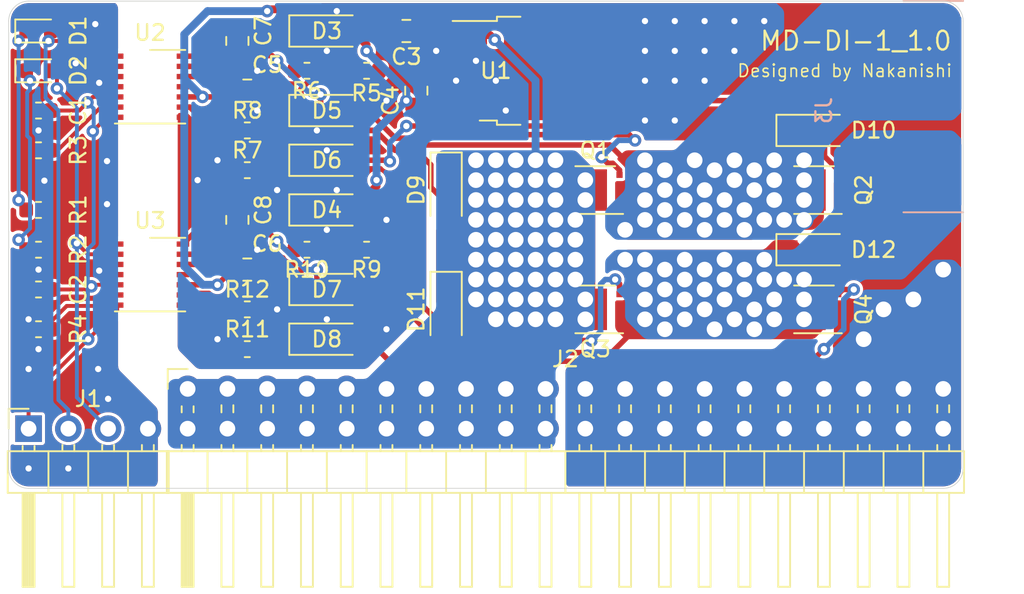
<source format=kicad_pcb>
(kicad_pcb (version 20171130) (host pcbnew "(5.1.5)-3")
  (layers (0 F.Cu signal) (31 B.Cu signal) (34 B.Paste user) (35 F.Paste user) (36 B.SilkS user) (37 F.SilkS user) (38 B.Mask user) (39 F.Mask user) (44 Edge.Cuts user))
  (net 0 "")
  (net 1 GND)
  (net 2 +3V3)
  (net 3 GNDPWR)
  (net 4 VCC)
  (net 5 +12V)
  (net 6 Out_1)
  (net 7 VB_1)
  (net 8 Out_2)
  (net 9 VB_2)
  (net 10 PWM1)
  (net 11 "Net-(D1-Pad1)")
  (net 12 PWM2)
  (net 13 "Net-(D2-Pad1)")
  (net 14 HG_1)
  (net 15 Hi_1)
  (net 16 LG_1)
  (net 17 Low_1)
  (net 18 HG_2)
  (net 19 Hi_2)
  (net 20 LG_2)
  (net 21 Low_2)
  (net 22 "Net-(R3-Pad1)")
  (net 23 "Net-(R4-Pad1)")
  (net 24 "Net-(U2-Pad11)")
  (net 25 "Net-(U2-Pad3)")
  (net 26 "Net-(U2-Pad1)")
  (net 27 "Net-(U3-Pad11)")
  (net 28 "Net-(U3-Pad3)")
  (net 29 "Net-(U3-Pad1)")
  (module Package_DFN_QFN_additional:DFN-14_4.9x4.9mm_P0.65mm (layer F.Cu) (at 150 107)
    (fp_text reference U3 (at 0 -3.45) (layer F.SilkS))
    (fp_text value "Si8274(DFN-14)")
    (pad 8 smd roundrect (at 2.1 1.95) (size 0.8 0.34) (layers F.Cu F.Paste F.Mask) (roundrect_rratio 0.05) (net 3 GNDPWR))
    (pad 9 smd roundrect (at 2.1 1.3) (size 0.8 0.34) (layers F.Cu F.Paste F.Mask) (roundrect_rratio 0.05) (net 21 Low_2))
    (pad 10 smd roundrect (at 2.1 0.65) (size 0.8 0.34) (layers F.Cu F.Paste F.Mask) (roundrect_rratio 0.05) (net 5 +12V))
    (pad 11 smd roundrect (at 2.1 0) (size 0.8 0.34) (layers F.Cu F.Paste F.Mask) (roundrect_rratio 0.05) (net 27 "Net-(U3-Pad11)"))
    (pad 12 smd roundrect (at 2.1 -0.65) (size 0.8 0.34) (layers F.Cu F.Paste F.Mask) (roundrect_rratio 0.05) (net 8 Out_2))
    (pad 13 smd roundrect (at 2.1 -1.3) (size 0.8 0.34) (layers F.Cu F.Paste F.Mask) (roundrect_rratio 0.05) (net 19 Hi_2))
    (pad 7 smd roundrect (at -2.1 1.95) (size 0.8 0.34) (layers F.Cu F.Paste F.Mask) (roundrect_rratio 0.05) (net 2 +3V3))
    (pad 6 smd roundrect (at -2.1 1.3) (size 0.8 0.34) (layers F.Cu F.Paste F.Mask) (roundrect_rratio 0.05) (net 23 "Net-(R4-Pad1)"))
    (pad 5 smd roundrect (at -2.1 0.65) (size 0.8 0.34) (layers F.Cu F.Paste F.Mask) (roundrect_rratio 0.05) (net 2 +3V3))
    (pad 4 smd roundrect (at -2.1 0) (size 0.8 0.34) (layers F.Cu F.Paste F.Mask) (roundrect_rratio 0.05) (net 1 GND))
    (pad 3 smd roundrect (at -2.1 -0.65) (size 0.8 0.34) (layers F.Cu F.Paste F.Mask) (roundrect_rratio 0.05) (net 28 "Net-(U3-Pad3)"))
    (pad 2 smd roundrect (at -2.1 -1.3) (size 0.8 0.34) (layers F.Cu F.Paste F.Mask) (roundrect_rratio 0.05) (net 12 PWM2))
    (pad 14 smd roundrect (at 2.1 -1.95) (size 0.8 0.34) (layers F.Cu F.Paste F.Mask) (roundrect_rratio 0.05) (net 9 VB_2))
    (pad 1 smd roundrect (at -2.1 -1.95) (size 0.8 0.34) (layers F.Cu F.Paste F.Mask) (roundrect_rratio 0.05) (net 29 "Net-(U3-Pad1)"))
  )
  (module Package_DFN_QFN_additional:DFN-14_4.9x4.9mm_P0.65mm (layer F.Cu) (at 150 95)
    (fp_text reference U2 (at 0 -3.45) (layer F.SilkS))
    (fp_text value "Si8274(DFN-14)")
    (pad 8 smd roundrect (at 2.1 1.95) (size 0.8 0.34) (layers F.Cu F.Paste F.Mask) (roundrect_rratio 0.05) (net 3 GNDPWR))
    (pad 9 smd roundrect (at 2.1 1.3) (size 0.8 0.34) (layers F.Cu F.Paste F.Mask) (roundrect_rratio 0.05) (net 17 Low_1))
    (pad 10 smd roundrect (at 2.1 0.65) (size 0.8 0.34) (layers F.Cu F.Paste F.Mask) (roundrect_rratio 0.05) (net 5 +12V))
    (pad 11 smd roundrect (at 2.1 0) (size 0.8 0.34) (layers F.Cu F.Paste F.Mask) (roundrect_rratio 0.05) (net 24 "Net-(U2-Pad11)"))
    (pad 12 smd roundrect (at 2.1 -0.65) (size 0.8 0.34) (layers F.Cu F.Paste F.Mask) (roundrect_rratio 0.05) (net 6 Out_1))
    (pad 13 smd roundrect (at 2.1 -1.3) (size 0.8 0.34) (layers F.Cu F.Paste F.Mask) (roundrect_rratio 0.05) (net 15 Hi_1))
    (pad 7 smd roundrect (at -2.1 1.95) (size 0.8 0.34) (layers F.Cu F.Paste F.Mask) (roundrect_rratio 0.05) (net 2 +3V3))
    (pad 6 smd roundrect (at -2.1 1.3) (size 0.8 0.34) (layers F.Cu F.Paste F.Mask) (roundrect_rratio 0.05) (net 22 "Net-(R3-Pad1)"))
    (pad 5 smd roundrect (at -2.1 0.65) (size 0.8 0.34) (layers F.Cu F.Paste F.Mask) (roundrect_rratio 0.05) (net 2 +3V3))
    (pad 4 smd roundrect (at -2.1 0) (size 0.8 0.34) (layers F.Cu F.Paste F.Mask) (roundrect_rratio 0.05) (net 1 GND))
    (pad 3 smd roundrect (at -2.1 -0.65) (size 0.8 0.34) (layers F.Cu F.Paste F.Mask) (roundrect_rratio 0.05) (net 25 "Net-(U2-Pad3)"))
    (pad 2 smd roundrect (at -2.1 -1.3) (size 0.8 0.34) (layers F.Cu F.Paste F.Mask) (roundrect_rratio 0.05) (net 10 PWM1))
    (pad 14 smd roundrect (at 2.1 -1.95) (size 0.8 0.34) (layers F.Cu F.Paste F.Mask) (roundrect_rratio 0.05) (net 7 VB_1))
    (pad 1 smd roundrect (at -2.1 -1.95) (size 0.8 0.34) (layers F.Cu F.Paste F.Mask) (roundrect_rratio 0.05) (net 26 "Net-(U2-Pad1)"))
  )
  (module RobotClub_footprint:T_connecter_female_horizontal (layer B.Cu) (at 198.12 96.52)
    (fp_text reference J3 (at -5.08 0 -90) (layer B.SilkS) (effects (justify mirror)))
    (fp_text value Conn_01x02_Female)
    (pad 2 smd roundrect (at 0 -3 270) (size 6 7.4) (layers B.Cu B.Paste B.Mask) (roundrect_rratio 0.017) (net 6 Out_1))
    (pad 1 smd roundrect (at 0 4.1) (size 7.4 4) (layers B.Cu B.Paste B.Mask) (roundrect_rratio 0.025) (net 8 Out_2))
  )
  (module Package_TO_SOT_SMD:TO-252-2 (layer F.Cu) (at 174.625 93.98)
    (fp_text reference U1 (at -2.54 0) (layer F.SilkS))
    (fp_text value NJM7812)
    (pad 2 smd rect (at 2.1 0) (size 6.4 5.8) (layers F.Cu F.Mask) (net 3 GNDPWR))
    (pad 3 smd rect (at -4.2 2.28) (size 2.2 1.2) (layers F.Cu F.Paste F.Mask) (net 5 +12V))
    (pad 1 smd rect (at -4.2 -2.28) (size 2.2 1.2) (layers F.Cu F.Paste F.Mask) (net 4 VCC))
  )
  (module Resistor_SMD:R_0603_1608Metric (layer F.Cu) (at 156.21 109.22 180)
    (fp_text reference R12 (at 0 1.27) (layer F.SilkS))
    (fp_text value 10kR)
    (pad 2 smd roundrect (at 0.7875 0 180) (size 0.875 0.95) (layers F.Cu F.Paste F.Mask) (net 21 Low_2))
    (pad 1 smd roundrect (at -0.7875 0 180) (size 0.875 0.95) (layers F.Cu F.Paste F.Mask) (net 3 GNDPWR))
  )
  (module Resistor_SMD:R_0603_1608Metric (layer F.Cu) (at 156.21 111.76 180)
    (fp_text reference R11 (at 0 1.27) (layer F.SilkS))
    (fp_text value 7.5R)
    (pad 2 smd roundrect (at 0.7875 0 180) (size 0.875 0.95) (layers F.Cu F.Paste F.Mask) (net 21 Low_2))
    (pad 1 smd roundrect (at -0.7875 0 180) (size 0.875 0.95) (layers F.Cu F.Paste F.Mask) (net 20 LG_2))
  )
  (module Resistor_SMD:R_0603_1608Metric (layer F.Cu) (at 160.02 105.41)
    (fp_text reference R10 (at 0 1.27) (layer F.SilkS))
    (fp_text value 10kR)
    (pad 2 smd roundrect (at 0.7875 0) (size 0.875 0.95) (layers F.Cu F.Paste F.Mask) (net 19 Hi_2))
    (pad 1 smd roundrect (at -0.7875 0) (size 0.875 0.95) (layers F.Cu F.Paste F.Mask) (net 8 Out_2))
  )
  (module Resistor_SMD:R_0603_1608Metric (layer F.Cu) (at 163.83 105.41 180)
    (fp_text reference R9 (at 0 -1.27) (layer F.SilkS))
    (fp_text value 7.5R)
    (pad 2 smd roundrect (at 0.7875 0 180) (size 0.875 0.95) (layers F.Cu F.Paste F.Mask) (net 19 Hi_2))
    (pad 1 smd roundrect (at -0.7875 0 180) (size 0.875 0.95) (layers F.Cu F.Paste F.Mask) (net 18 HG_2))
  )
  (module Resistor_SMD:R_0603_1608Metric (layer F.Cu) (at 156.21 97.79 180)
    (fp_text reference R8 (at 0 1.27) (layer F.SilkS))
    (fp_text value 10kR)
    (pad 2 smd roundrect (at 0.7875 0 180) (size 0.875 0.95) (layers F.Cu F.Paste F.Mask) (net 17 Low_1))
    (pad 1 smd roundrect (at -0.7875 0 180) (size 0.875 0.95) (layers F.Cu F.Paste F.Mask) (net 3 GNDPWR))
  )
  (module Resistor_SMD:R_0603_1608Metric (layer F.Cu) (at 156.21 100.33 180)
    (fp_text reference R7 (at 0 1.27) (layer F.SilkS))
    (fp_text value 7.5R)
    (pad 2 smd roundrect (at 0.7875 0 180) (size 0.875 0.95) (layers F.Cu F.Paste F.Mask) (net 17 Low_1))
    (pad 1 smd roundrect (at -0.7875 0 180) (size 0.875 0.95) (layers F.Cu F.Paste F.Mask) (net 16 LG_1))
  )
  (module Resistor_SMD:R_0603_1608Metric (layer F.Cu) (at 160.02 93.98)
    (fp_text reference R6 (at 0 1.27) (layer F.SilkS))
    (fp_text value 10kR)
    (pad 2 smd roundrect (at 0.7875 0) (size 0.875 0.95) (layers F.Cu F.Paste F.Mask) (net 15 Hi_1))
    (pad 1 smd roundrect (at -0.7875 0) (size 0.875 0.95) (layers F.Cu F.Paste F.Mask) (net 6 Out_1))
  )
  (module Resistor_SMD:R_0603_1608Metric (layer F.Cu) (at 163.83 93.98 180)
    (fp_text reference R5 (at 0 -1.43) (layer F.SilkS))
    (fp_text value 7.5R)
    (pad 2 smd roundrect (at 0.7875 0 180) (size 0.875 0.95) (layers F.Cu F.Paste F.Mask) (net 15 Hi_1))
    (pad 1 smd roundrect (at -0.7875 0 180) (size 0.875 0.95) (layers F.Cu F.Paste F.Mask) (net 14 HG_1))
  )
  (module Resistor_SMD:R_0603_1608Metric (layer F.Cu) (at 142.875 110.49 180)
    (fp_text reference R4 (at -2.54 0 90) (layer F.SilkS))
    (fp_text value 20kR)
    (pad 2 smd roundrect (at 0.7875 0 180) (size 0.875 0.95) (layers F.Cu F.Paste F.Mask) (net 1 GND))
    (pad 1 smd roundrect (at -0.7875 0 180) (size 0.875 0.95) (layers F.Cu F.Paste F.Mask) (net 23 "Net-(R4-Pad1)"))
  )
  (module Resistor_SMD:R_0603_1608Metric (layer F.Cu) (at 142.875 99.06 180)
    (fp_text reference R3 (at -2.54 0 90) (layer F.SilkS))
    (fp_text value 20kR)
    (pad 2 smd roundrect (at 0.7875 0 180) (size 0.875 0.95) (layers F.Cu F.Paste F.Mask) (net 1 GND))
    (pad 1 smd roundrect (at -0.7875 0 180) (size 0.875 0.95) (layers F.Cu F.Paste F.Mask) (net 22 "Net-(R3-Pad1)"))
  )
  (module Resistor_SMD:R_0603_1608Metric (layer F.Cu) (at 142.875 105.41)
    (fp_text reference R2 (at 2.54 0 90) (layer F.SilkS))
    (fp_text value 330)
    (pad 2 smd roundrect (at 0.7875 0) (size 0.875 0.95) (layers F.Cu F.Paste F.Mask) (net 1 GND))
    (pad 1 smd roundrect (at -0.7875 0) (size 0.875 0.95) (layers F.Cu F.Paste F.Mask) (net 13 "Net-(D2-Pad1)"))
  )
  (module Resistor_SMD:R_0603_1608Metric (layer F.Cu) (at 142.875 102.87)
    (fp_text reference R1 (at 2.54 0 90) (layer F.SilkS))
    (fp_text value 330)
    (pad 2 smd roundrect (at 0.7875 0) (size 0.875 0.95) (layers F.Cu F.Paste F.Mask) (net 1 GND))
    (pad 1 smd roundrect (at -0.7875 0) (size 0.875 0.95) (layers F.Cu F.Paste F.Mask) (net 11 "Net-(D1-Pad1)"))
  )
  (module RobotClub_footprint:TSON_Advance (layer F.Cu) (at 192.405 109.22 90)
    (fp_text reference Q4 (at 0 3.175 90) (layer F.SilkS))
    (fp_text value Q_NMOS_SGD)
    (pad 1 smd roundrect (at -0.975 1.55 90) (size 0.4 0.4) (layers F.Cu F.Paste F.Mask) (roundrect_rratio 0.05) (net 3 GNDPWR))
    (pad 1 smd roundrect (at -0.325 1.55 90) (size 0.4 0.4) (layers F.Cu F.Paste F.Mask) (roundrect_rratio 0.05) (net 3 GNDPWR))
    (pad 1 smd roundrect (at 0.325 1.55 90) (size 0.4 0.4) (layers F.Cu F.Paste F.Mask) (roundrect_rratio 0.05) (net 3 GNDPWR))
    (pad 2 smd roundrect (at 0.975 1.55 90) (size 0.4 0.4) (layers F.Cu F.Paste F.Mask) (roundrect_rratio 0.05) (net 20 LG_2))
    (pad 3 smd roundrect (at -0.975 -1.55 90) (size 0.4 0.4) (layers F.Cu F.Paste F.Mask) (roundrect_rratio 0.05) (net 8 Out_2))
    (pad 3 smd roundrect (at -0.325 -1.55 90) (size 0.4 0.4) (layers F.Cu F.Paste F.Mask) (roundrect_rratio 0.05) (net 8 Out_2))
    (pad 3 smd roundrect (at 0.325 -1.55 90) (size 0.4 0.4) (layers F.Cu F.Paste F.Mask) (roundrect_rratio 0.05) (net 8 Out_2))
    (pad 3 smd roundrect (at 0.975 -1.55 90) (size 0.4 0.4) (layers F.Cu F.Paste F.Mask) (roundrect_rratio 0.05) (net 8 Out_2))
    (pad 3 smd roundrect (at 0 -0.35 90) (size 2.65 2.2) (layers F.Cu F.Paste F.Mask) (roundrect_rratio 0.009000000000000001) (net 8 Out_2))
  )
  (module RobotClub_footprint:TSON_Advance (layer F.Cu) (at 178.435 109.22 90)
    (fp_text reference Q3 (at -2.54 0 180) (layer F.SilkS))
    (fp_text value Q_NMOS_SGD)
    (pad 1 smd roundrect (at -0.975 1.55 90) (size 0.4 0.4) (layers F.Cu F.Paste F.Mask) (roundrect_rratio 0.05) (net 8 Out_2))
    (pad 1 smd roundrect (at -0.325 1.55 90) (size 0.4 0.4) (layers F.Cu F.Paste F.Mask) (roundrect_rratio 0.05) (net 8 Out_2))
    (pad 1 smd roundrect (at 0.325 1.55 90) (size 0.4 0.4) (layers F.Cu F.Paste F.Mask) (roundrect_rratio 0.05) (net 8 Out_2))
    (pad 2 smd roundrect (at 0.975 1.55 90) (size 0.4 0.4) (layers F.Cu F.Paste F.Mask) (roundrect_rratio 0.05) (net 18 HG_2))
    (pad 3 smd roundrect (at -0.975 -1.55 90) (size 0.4 0.4) (layers F.Cu F.Paste F.Mask) (roundrect_rratio 0.05) (net 4 VCC))
    (pad 3 smd roundrect (at -0.325 -1.55 90) (size 0.4 0.4) (layers F.Cu F.Paste F.Mask) (roundrect_rratio 0.05) (net 4 VCC))
    (pad 3 smd roundrect (at 0.325 -1.55 90) (size 0.4 0.4) (layers F.Cu F.Paste F.Mask) (roundrect_rratio 0.05) (net 4 VCC))
    (pad 3 smd roundrect (at 0.975 -1.55 90) (size 0.4 0.4) (layers F.Cu F.Paste F.Mask) (roundrect_rratio 0.05) (net 4 VCC))
    (pad 3 smd roundrect (at 0 -0.35 90) (size 2.65 2.2) (layers F.Cu F.Paste F.Mask) (roundrect_rratio 0.009000000000000001) (net 4 VCC))
  )
  (module RobotClub_footprint:TSON_Advance (layer F.Cu) (at 192.405 101.6 90)
    (fp_text reference Q2 (at 0 3.175 90) (layer F.SilkS))
    (fp_text value Q_NMOS_SGD)
    (pad 1 smd roundrect (at -0.975 1.55 90) (size 0.4 0.4) (layers F.Cu F.Paste F.Mask) (roundrect_rratio 0.05) (net 3 GNDPWR))
    (pad 1 smd roundrect (at -0.325 1.55 90) (size 0.4 0.4) (layers F.Cu F.Paste F.Mask) (roundrect_rratio 0.05) (net 3 GNDPWR))
    (pad 1 smd roundrect (at 0.325 1.55 90) (size 0.4 0.4) (layers F.Cu F.Paste F.Mask) (roundrect_rratio 0.05) (net 3 GNDPWR))
    (pad 2 smd roundrect (at 0.975 1.55 90) (size 0.4 0.4) (layers F.Cu F.Paste F.Mask) (roundrect_rratio 0.05) (net 16 LG_1))
    (pad 3 smd roundrect (at -0.975 -1.55 90) (size 0.4 0.4) (layers F.Cu F.Paste F.Mask) (roundrect_rratio 0.05) (net 6 Out_1))
    (pad 3 smd roundrect (at -0.325 -1.55 90) (size 0.4 0.4) (layers F.Cu F.Paste F.Mask) (roundrect_rratio 0.05) (net 6 Out_1))
    (pad 3 smd roundrect (at 0.325 -1.55 90) (size 0.4 0.4) (layers F.Cu F.Paste F.Mask) (roundrect_rratio 0.05) (net 6 Out_1))
    (pad 3 smd roundrect (at 0.975 -1.55 90) (size 0.4 0.4) (layers F.Cu F.Paste F.Mask) (roundrect_rratio 0.05) (net 6 Out_1))
    (pad 3 smd roundrect (at 0 -0.35 90) (size 2.65 2.2) (layers F.Cu F.Paste F.Mask) (roundrect_rratio 0.009000000000000001) (net 6 Out_1))
  )
  (module RobotClub_footprint:TSON_Advance (layer F.Cu) (at 178.435 101.6 90)
    (fp_text reference Q1 (at 2.54 0 180) (layer F.SilkS))
    (fp_text value Q_NMOS_SGD)
    (pad 1 smd roundrect (at -0.975 1.55 90) (size 0.4 0.4) (layers F.Cu F.Paste F.Mask) (roundrect_rratio 0.05) (net 6 Out_1))
    (pad 1 smd roundrect (at -0.325 1.55 90) (size 0.4 0.4) (layers F.Cu F.Paste F.Mask) (roundrect_rratio 0.05) (net 6 Out_1))
    (pad 1 smd roundrect (at 0.325 1.55 90) (size 0.4 0.4) (layers F.Cu F.Paste F.Mask) (roundrect_rratio 0.05) (net 6 Out_1))
    (pad 2 smd roundrect (at 0.975 1.55 90) (size 0.4 0.4) (layers F.Cu F.Paste F.Mask) (roundrect_rratio 0.05) (net 14 HG_1))
    (pad 3 smd roundrect (at -0.975 -1.55 90) (size 0.4 0.4) (layers F.Cu F.Paste F.Mask) (roundrect_rratio 0.05) (net 4 VCC))
    (pad 3 smd roundrect (at -0.325 -1.55 90) (size 0.4 0.4) (layers F.Cu F.Paste F.Mask) (roundrect_rratio 0.05) (net 4 VCC))
    (pad 3 smd roundrect (at 0.325 -1.55 90) (size 0.4 0.4) (layers F.Cu F.Paste F.Mask) (roundrect_rratio 0.05) (net 4 VCC))
    (pad 3 smd roundrect (at 0.975 -1.55 90) (size 0.4 0.4) (layers F.Cu F.Paste F.Mask) (roundrect_rratio 0.05) (net 4 VCC))
    (pad 3 smd roundrect (at 0 -0.35 90) (size 2.65 2.2) (layers F.Cu F.Paste F.Mask) (roundrect_rratio 0.009000000000000001) (net 4 VCC))
  )
  (module RobotClub_footprint:PinHeader_2x20_P2.54mm_Horizontal_Mirror (layer F.Cu) (at 152.4 114.3 90)
    (fp_text reference J2 (at 1.905 24.13 180) (layer F.SilkS))
    (fp_text value Conn_01x40_Male)
    (pad 1 thru_hole rect (at -2.54 0 90) (size 1.7 1.7) (drill 1) (layers *.Cu *.Mask) (net 4 VCC))
    (pad 2 thru_hole oval (at 0 0 90) (size 1.7 1.7) (drill 1) (layers *.Cu *.Mask) (net 4 VCC))
    (pad 3 thru_hole oval (at -2.54 2.54 90) (size 1.7 1.7) (drill 1) (layers *.Cu *.Mask) (net 4 VCC))
    (pad 4 thru_hole oval (at 0 2.54 90) (size 1.7 1.7) (drill 1) (layers *.Cu *.Mask) (net 4 VCC))
    (pad 5 thru_hole oval (at -2.54 5.08 90) (size 1.7 1.7) (drill 1) (layers *.Cu *.Mask) (net 4 VCC))
    (pad 6 thru_hole oval (at 0 5.08 90) (size 1.7 1.7) (drill 1) (layers *.Cu *.Mask) (net 4 VCC))
    (pad 7 thru_hole oval (at -2.54 7.62 90) (size 1.7 1.7) (drill 1) (layers *.Cu *.Mask) (net 4 VCC))
    (pad 8 thru_hole oval (at 0 7.62 90) (size 1.7 1.7) (drill 1) (layers *.Cu *.Mask) (net 4 VCC))
    (pad 9 thru_hole oval (at -2.54 10.16 90) (size 1.7 1.7) (drill 1) (layers *.Cu *.Mask) (net 4 VCC))
    (pad 10 thru_hole oval (at 0 10.16 90) (size 1.7 1.7) (drill 1) (layers *.Cu *.Mask) (net 4 VCC))
    (pad 11 thru_hole oval (at -2.54 12.7 90) (size 1.7 1.7) (drill 1) (layers *.Cu *.Mask) (net 4 VCC))
    (pad 12 thru_hole oval (at 0 12.7 90) (size 1.7 1.7) (drill 1) (layers *.Cu *.Mask) (net 4 VCC))
    (pad 13 thru_hole oval (at -2.54 15.24 90) (size 1.7 1.7) (drill 1) (layers *.Cu *.Mask) (net 4 VCC))
    (pad 14 thru_hole oval (at 0 15.24 90) (size 1.7 1.7) (drill 1) (layers *.Cu *.Mask) (net 4 VCC))
    (pad 15 thru_hole oval (at -2.54 17.78 90) (size 1.7 1.7) (drill 1) (layers *.Cu *.Mask) (net 4 VCC))
    (pad 16 thru_hole oval (at 0 17.78 90) (size 1.7 1.7) (drill 1) (layers *.Cu *.Mask) (net 4 VCC))
    (pad 17 thru_hole oval (at -2.54 20.32 90) (size 1.7 1.7) (drill 1) (layers *.Cu *.Mask) (net 4 VCC))
    (pad 18 thru_hole oval (at 0 20.32 90) (size 1.7 1.7) (drill 1) (layers *.Cu *.Mask) (net 4 VCC))
    (pad 19 thru_hole oval (at -2.54 22.86 90) (size 1.7 1.7) (drill 1) (layers *.Cu *.Mask) (net 4 VCC))
    (pad 20 thru_hole oval (at 0 22.86 90) (size 1.7 1.7) (drill 1) (layers *.Cu *.Mask) (net 4 VCC))
    (pad 21 thru_hole oval (at -2.54 25.4 90) (size 1.7 1.7) (drill 1) (layers *.Cu *.Mask) (net 3 GNDPWR))
    (pad 22 thru_hole oval (at 0 25.4 90) (size 1.7 1.7) (drill 1) (layers *.Cu *.Mask) (net 3 GNDPWR))
    (pad 23 thru_hole oval (at -2.54 27.94 90) (size 1.7 1.7) (drill 1) (layers *.Cu *.Mask) (net 3 GNDPWR))
    (pad 24 thru_hole oval (at 0 27.94 90) (size 1.7 1.7) (drill 1) (layers *.Cu *.Mask) (net 3 GNDPWR))
    (pad 25 thru_hole oval (at -2.54 30.48 90) (size 1.7 1.7) (drill 1) (layers *.Cu *.Mask) (net 3 GNDPWR))
    (pad 26 thru_hole oval (at 0 30.48 90) (size 1.7 1.7) (drill 1) (layers *.Cu *.Mask) (net 3 GNDPWR))
    (pad 27 thru_hole oval (at -2.54 33.02 90) (size 1.7 1.7) (drill 1) (layers *.Cu *.Mask) (net 3 GNDPWR))
    (pad 28 thru_hole oval (at 0 33.02 90) (size 1.7 1.7) (drill 1) (layers *.Cu *.Mask) (net 3 GNDPWR))
    (pad 29 thru_hole oval (at -2.54 35.56 90) (size 1.7 1.7) (drill 1) (layers *.Cu *.Mask) (net 3 GNDPWR))
    (pad 30 thru_hole oval (at 0 35.56 90) (size 1.7 1.7) (drill 1) (layers *.Cu *.Mask) (net 3 GNDPWR))
    (pad 31 thru_hole oval (at -2.54 38.1 90) (size 1.7 1.7) (drill 1) (layers *.Cu *.Mask) (net 3 GNDPWR))
    (pad 32 thru_hole oval (at 0 38.1 90) (size 1.7 1.7) (drill 1) (layers *.Cu *.Mask) (net 3 GNDPWR))
    (pad 33 thru_hole oval (at -2.54 40.64 90) (size 1.7 1.7) (drill 1) (layers *.Cu *.Mask) (net 3 GNDPWR))
    (pad 34 thru_hole oval (at 0 40.64 90) (size 1.7 1.7) (drill 1) (layers *.Cu *.Mask) (net 3 GNDPWR))
    (pad 35 thru_hole oval (at -2.54 43.18 90) (size 1.7 1.7) (drill 1) (layers *.Cu *.Mask) (net 3 GNDPWR))
    (pad 36 thru_hole oval (at 0 43.18 90) (size 1.7 1.7) (drill 1) (layers *.Cu *.Mask) (net 3 GNDPWR))
    (pad 37 thru_hole oval (at -2.54 45.72 90) (size 1.7 1.7) (drill 1) (layers *.Cu *.Mask) (net 3 GNDPWR))
    (pad 38 thru_hole oval (at 0 45.72 90) (size 1.7 1.7) (drill 1) (layers *.Cu *.Mask) (net 3 GNDPWR))
    (pad 39 thru_hole oval (at -2.54 48.26 90) (size 1.7 1.7) (drill 1) (layers *.Cu *.Mask) (net 3 GNDPWR))
    (pad 40 thru_hole oval (at 0 48.26 90) (size 1.7 1.7) (drill 1) (layers *.Cu *.Mask) (net 3 GNDPWR))
  )
  (module RobotClub_footprint:PinHeader_1x04_P2.54mm_Horizontal_Mirror (layer F.Cu) (at 142.24 116.84 90)
    (fp_text reference J1 (at 1.905 3.81 180) (layer F.SilkS))
    (fp_text value Conn_01x04_Male)
    (pad 1 thru_hole rect (at 0 0 90) (size 1.7 1.7) (drill 1) (layers *.Cu *.Mask) (net 2 +3V3))
    (pad 2 thru_hole oval (at 0 2.54 90) (size 1.7 1.7) (drill 1) (layers *.Cu *.Mask) (net 10 PWM1))
    (pad 3 thru_hole oval (at 0 5.08 90) (size 1.7 1.7) (drill 1) (layers *.Cu *.Mask) (net 12 PWM2))
    (pad 4 thru_hole oval (at 0 7.62 90) (size 1.7 1.7) (drill 1) (layers *.Cu *.Mask) (net 1 GND))
  )
  (module RobotClub_footprint:D_SOD-123W (layer F.Cu) (at 192.405 105.41)
    (fp_text reference D12 (at 3.81 0) (layer F.SilkS))
    (fp_text value D)
    (pad 2 smd rect (at 1.65 0) (size 1.2 1.2) (layers F.Cu F.Paste F.Mask) (net 3 GNDPWR))
    (pad 1 smd rect (at -1.65 0) (size 1.2 1.2) (layers F.Cu F.Paste F.Mask) (net 8 Out_2))
  )
  (module RobotClub_footprint:D_SOD-123W (layer F.Cu) (at 168.91 109.22 270)
    (fp_text reference D11 (at 0 1.905 90) (layer F.SilkS))
    (fp_text value D)
    (pad 2 smd rect (at 1.65 0 270) (size 1.2 1.2) (layers F.Cu F.Paste F.Mask) (net 8 Out_2))
    (pad 1 smd rect (at -1.65 0 270) (size 1.2 1.2) (layers F.Cu F.Paste F.Mask) (net 4 VCC))
  )
  (module RobotClub_footprint:D_SOD-123W (layer F.Cu) (at 192.405 97.79)
    (fp_text reference D10 (at 3.81 0) (layer F.SilkS))
    (fp_text value D)
    (pad 2 smd rect (at 1.65 0) (size 1.2 1.2) (layers F.Cu F.Paste F.Mask) (net 3 GNDPWR))
    (pad 1 smd rect (at -1.65 0) (size 1.2 1.2) (layers F.Cu F.Paste F.Mask) (net 6 Out_1))
  )
  (module RobotClub_footprint:D_SOD-123W (layer F.Cu) (at 168.91 101.6 270)
    (fp_text reference D9 (at 0 1.905 90) (layer F.SilkS))
    (fp_text value D)
    (pad 2 smd rect (at 1.65 0 270) (size 1.2 1.2) (layers F.Cu F.Paste F.Mask) (net 6 Out_1))
    (pad 1 smd rect (at -1.65 0 270) (size 1.2 1.2) (layers F.Cu F.Paste F.Mask) (net 4 VCC))
  )
  (module RobotClub_footprint:D_SOD-123W (layer F.Cu) (at 161.29 111.125)
    (fp_text reference D8 (at 0 0) (layer F.SilkS))
    (fp_text value D)
    (pad 2 smd rect (at 1.65 0) (size 1.2 1.2) (layers F.Cu F.Paste F.Mask) (net 20 LG_2))
    (pad 1 smd rect (at -1.65 0) (size 1.2 1.2) (layers F.Cu F.Paste F.Mask) (net 21 Low_2))
  )
  (module RobotClub_footprint:D_SOD-123W (layer F.Cu) (at 161.29 107.95)
    (fp_text reference D7 (at 0 0) (layer F.SilkS))
    (fp_text value D)
    (pad 2 smd rect (at 1.65 0) (size 1.2 1.2) (layers F.Cu F.Paste F.Mask) (net 18 HG_2))
    (pad 1 smd rect (at -1.65 0) (size 1.2 1.2) (layers F.Cu F.Paste F.Mask) (net 19 Hi_2))
  )
  (module RobotClub_footprint:D_SOD-123W (layer F.Cu) (at 161.29 99.695)
    (fp_text reference D6 (at 0 0) (layer F.SilkS))
    (fp_text value D)
    (pad 2 smd rect (at 1.65 0) (size 1.2 1.2) (layers F.Cu F.Paste F.Mask) (net 16 LG_1))
    (pad 1 smd rect (at -1.65 0) (size 1.2 1.2) (layers F.Cu F.Paste F.Mask) (net 17 Low_1))
  )
  (module RobotClub_footprint:D_SOD-123W (layer F.Cu) (at 161.29 96.52)
    (fp_text reference D5 (at 0 0) (layer F.SilkS))
    (fp_text value D)
    (pad 2 smd rect (at 1.65 0) (size 1.2 1.2) (layers F.Cu F.Paste F.Mask) (net 14 HG_1))
    (pad 1 smd rect (at -1.65 0) (size 1.2 1.2) (layers F.Cu F.Paste F.Mask) (net 15 Hi_1))
  )
  (module RobotClub_footprint:D_SOD-123W (layer F.Cu) (at 161.29 102.87)
    (fp_text reference D4 (at 0 0) (layer F.SilkS))
    (fp_text value D)
    (pad 2 smd rect (at 1.65 0) (size 1.2 1.2) (layers F.Cu F.Paste F.Mask) (net 5 +12V))
    (pad 1 smd rect (at -1.65 0) (size 1.2 1.2) (layers F.Cu F.Paste F.Mask) (net 9 VB_2))
  )
  (module RobotClub_footprint:D_SOD-123W (layer F.Cu) (at 161.29 91.44)
    (fp_text reference D3 (at 0 0) (layer F.SilkS))
    (fp_text value D)
    (pad 2 smd rect (at 1.65 0) (size 1.2 1.2) (layers F.Cu F.Paste F.Mask) (net 5 +12V))
    (pad 1 smd rect (at -1.65 0) (size 1.2 1.2) (layers F.Cu F.Paste F.Mask) (net 7 VB_1))
  )
  (module LED_SMD:LED_0603_1608Metric (layer F.Cu) (at 142.875 93.98)
    (fp_text reference D2 (at 2.54 0 90) (layer F.SilkS))
    (fp_text value LED)
    (pad 2 smd roundrect (at 0.7875 0) (size 0.875 0.95) (layers F.Cu F.Paste F.Mask) (net 12 PWM2))
    (pad 1 smd roundrect (at -0.7875 0) (size 0.875 0.95) (layers F.Cu F.Paste F.Mask) (net 13 "Net-(D2-Pad1)"))
  )
  (module LED_SMD:LED_0603_1608Metric (layer F.Cu) (at 142.875 91.44)
    (fp_text reference D1 (at 2.54 0 90) (layer F.SilkS))
    (fp_text value LED)
    (pad 2 smd roundrect (at 0.7875 0) (size 0.875 0.95) (layers F.Cu F.Paste F.Mask) (net 10 PWM1))
    (pad 1 smd roundrect (at -0.7875 0) (size 0.875 0.95) (layers F.Cu F.Paste F.Mask) (net 11 "Net-(D1-Pad1)"))
  )
  (module Capacitor_SMD:C_0805_2012Metric (layer F.Cu) (at 155.575 103.505 270)
    (fp_text reference C8 (at -0.635 -1.65 90) (layer F.SilkS))
    (fp_text value 10u)
    (pad 2 smd roundrect (at 0.9375 0 270) (size 0.975 1.4) (layers F.Cu F.Paste F.Mask) (net 8 Out_2))
    (pad 1 smd roundrect (at -0.9375 0 270) (size 0.975 1.4) (layers F.Cu F.Paste F.Mask) (net 9 VB_2))
  )
  (module Capacitor_SMD:C_0805_2012Metric (layer F.Cu) (at 155.575 92.075 270)
    (fp_text reference C7 (at -0.635 -1.65 90) (layer F.SilkS))
    (fp_text value 10u)
    (pad 2 smd roundrect (at 0.9375 0 270) (size 0.975 1.4) (layers F.Cu F.Paste F.Mask) (net 6 Out_1))
    (pad 1 smd roundrect (at -0.9375 0 270) (size 0.975 1.4) (layers F.Cu F.Paste F.Mask) (net 7 VB_1))
  )
  (module Capacitor_SMD:C_0805_2012Metric (layer F.Cu) (at 156.21 106.68)
    (fp_text reference C6 (at 1.27 -1.65) (layer F.SilkS))
    (fp_text value 10u)
    (pad 2 smd roundrect (at 0.9375 0) (size 0.975 1.4) (layers F.Cu F.Paste F.Mask) (net 3 GNDPWR))
    (pad 1 smd roundrect (at -0.9375 0) (size 0.975 1.4) (layers F.Cu F.Paste F.Mask) (net 5 +12V))
  )
  (module Capacitor_SMD:C_0805_2012Metric (layer F.Cu) (at 156.21 95.25)
    (fp_text reference C5 (at 1.27 -1.65) (layer F.SilkS))
    (fp_text value 10u)
    (pad 2 smd roundrect (at 0.9375 0) (size 0.975 1.4) (layers F.Cu F.Paste F.Mask) (net 3 GNDPWR))
    (pad 1 smd roundrect (at -0.9375 0) (size 0.975 1.4) (layers F.Cu F.Paste F.Mask) (net 5 +12V))
  )
  (module Capacitor_SMD:C_0805_2012Metric (layer F.Cu) (at 167.005 95.25 90)
    (fp_text reference C4 (at -0.635 -1.65 90) (layer F.SilkS))
    (fp_text value 10u)
    (pad 2 smd roundrect (at 0.9375 0 90) (size 0.975 1.4) (layers F.Cu F.Paste F.Mask) (net 3 GNDPWR))
    (pad 1 smd roundrect (at -0.9375 0 90) (size 0.975 1.4) (layers F.Cu F.Paste F.Mask) (net 5 +12V))
  )
  (module Capacitor_SMD:C_0805_2012Metric (layer F.Cu) (at 166.37 91.44 180)
    (fp_text reference C3 (at 0 -1.65) (layer F.SilkS))
    (fp_text value 10u)
    (pad 2 smd roundrect (at 0.9375 0 180) (size 0.975 1.4) (layers F.Cu F.Paste F.Mask) (net 3 GNDPWR))
    (pad 1 smd roundrect (at -0.9375 0 180) (size 0.975 1.4) (layers F.Cu F.Paste F.Mask) (net 4 VCC))
  )
  (module Capacitor_SMD:C_0603_1608Metric (layer F.Cu) (at 142.875 107.95 180)
    (fp_text reference C2 (at -2.54 0 90) (layer F.SilkS))
    (fp_text value 0.1u)
    (pad 2 smd roundrect (at 0.7875 0 180) (size 0.875 0.95) (layers F.Cu F.Paste F.Mask) (net 1 GND))
    (pad 1 smd roundrect (at -0.7875 0 180) (size 0.875 0.95) (layers F.Cu F.Paste F.Mask) (net 2 +3V3))
  )
  (module Capacitor_SMD:C_0603_1608Metric (layer F.Cu) (at 142.875 96.52 180)
    (fp_text reference C1 (at -2.54 0 90) (layer F.SilkS))
    (fp_text value 0.1u)
    (pad 2 smd roundrect (at 0.7875 0 180) (size 0.875 0.95) (layers F.Cu F.Paste F.Mask) (net 1 GND))
    (pad 1 smd roundrect (at -0.7875 0 180) (size 0.875 0.95) (layers F.Cu F.Paste F.Mask) (net 2 +3V3))
  )
  (gr_text "Designed by Nakanishi" (at 201.295 93.98) (layer F.SilkS) (effects (font (size 0.8 0.8) (thickness 0.1)) (justify right)))
  (gr_text MD-DI-1_1.0 (at 201.295 92.075) (layer F.SilkS) (effects (font (size 1.2 1.2)) (justify right)))
  (gr_arc (start 200.66 119.38) (end 200.66 120.65) (angle -90) (layer Edge.Cuts) (width 0.05))
  (gr_arc (start 142.24 119.38) (end 140.97 119.38) (angle -90) (layer Edge.Cuts) (width 0.05))
  (gr_arc (start 142.24 90.805) (end 142.24 89.535) (angle -90) (layer Edge.Cuts) (width 0.05))
  (gr_arc (start 200.66 90.805) (end 201.93 90.805) (angle -90) (layer Edge.Cuts) (width 0.05))
  (gr_line (start 142.24 89.535) (end 200.66 89.535) (layer Edge.Cuts) (width 0.05))
  (gr_line (start 201.93 119.38) (end 201.93 90.805) (layer Edge.Cuts) (width 0.05))
  (gr_line (start 142.24 120.65) (end 200.66 120.65) (layer Edge.Cuts) (width 0.05))
  (gr_line (start 140.97 119.38) (end 140.97 90.805) (layer Edge.Cuts) (width 0.05))
  (via (at 142.875 97.79) (size 0.8) (drill 0.4) (layers F.Cu B.Cu) (net 1))
  (via (at 142.875 106.68) (size 0.8) (drill 0.4) (layers F.Cu B.Cu) (net 1))
  (via (at 142.24 109.855) (size 0.8) (drill 0.4) (layers F.Cu B.Cu) (net 1))
  (via (at 142.24 113.03) (size 0.8) (drill 0.4) (layers F.Cu B.Cu) (net 1))
  (via (at 142.875 111.76) (size 0.8) (drill 0.4) (layers F.Cu B.Cu) (net 1))
  (via (at 146.685 113.03) (size 0.8) (drill 0.4) (layers F.Cu B.Cu) (net 1))
  (via (at 147.32 114.935) (size 0.8) (drill 0.4) (layers F.Cu B.Cu) (net 1))
  (via (at 142.24 119.38) (size 0.8) (drill 0.4) (layers F.Cu B.Cu) (net 1))
  (via (at 144.78 119.38) (size 0.8) (drill 0.4) (layers F.Cu B.Cu) (net 1))
  (via (at 146.75 106.75) (size 0.8) (drill 0.4) (layers F.Cu B.Cu) (net 1))
  (via (at 146.75 94.75) (size 0.8) (drill 0.4) (layers F.Cu B.Cu) (net 1))
  (via (at 145.25 93.5) (size 0.8) (drill 0.4) (layers F.Cu B.Cu) (net 1))
  (via (at 146.5 91) (size 0.8) (drill 0.4) (layers F.Cu B.Cu) (net 1))
  (via (at 143.25 101) (size 0.8) (drill 0.4) (layers F.Cu B.Cu) (net 1))
  (via (at 147.25 99.75) (size 0.8) (drill 0.4) (layers F.Cu B.Cu) (net 1))
  (via (at 147.25 102.5) (size 0.8) (drill 0.4) (layers F.Cu B.Cu) (net 1))
  (segment (start 143.6625 96.52) (end 145.48 96.52) (width 0.25) (layer F.Cu) (net 2))
  (via (at 146 96) (size 0.8) (drill 0.4) (layers F.Cu B.Cu) (net 2))
  (segment (start 145.48 96.52) (end 146 96) (width 0.25) (layer F.Cu) (net 2))
  (segment (start 146 96) (end 146.05 96.05) (width 0.25) (layer B.Cu) (net 2))
  (segment (start 146.05 96.05) (end 146.05 95.885) (width 0.25) (layer B.Cu) (net 2))
  (segment (start 146.35 95.65) (end 147.9 95.65) (width 0.25) (layer F.Cu) (net 2))
  (segment (start 146 96) (end 146.35 95.65) (width 0.25) (layer F.Cu) (net 2))
  (segment (start 143.6625 107.95) (end 146.05 107.95) (width 0.25) (layer F.Cu) (net 2))
  (segment (start 146.35 107.65) (end 146.25 107.75) (width 0.25) (layer F.Cu) (net 2))
  (segment (start 147.9 107.65) (end 146.35 107.65) (width 0.25) (layer F.Cu) (net 2))
  (segment (start 142.24 114.935) (end 146.05 111.125) (width 0.25) (layer F.Cu) (net 2))
  (segment (start 142.24 116.84) (end 142.24 114.935) (width 0.25) (layer F.Cu) (net 2))
  (segment (start 147.9 109.275) (end 147.9 108.95) (width 0.25) (layer F.Cu) (net 2))
  (segment (start 146.05 111.125) (end 147.9 109.275) (width 0.25) (layer F.Cu) (net 2))
  (via (at 146.05 111.125) (size 0.8) (drill 0.4) (layers F.Cu B.Cu) (net 2))
  (segment (start 146 96) (end 146.399999 96.399999) (width 0.25) (layer B.Cu) (net 2))
  (segment (start 146.399999 96.399999) (end 146.399999 104.998003) (width 0.25) (layer B.Cu) (net 2))
  (segment (start 146.399999 104.998003) (end 146.024999 105.373003) (width 0.25) (layer B.Cu) (net 2))
  (segment (start 146.024999 111.099999) (end 146.05 111.125) (width 0.25) (layer B.Cu) (net 2))
  (segment (start 146.25 107.75) (end 146.05 107.95) (width 0.25) (layer F.Cu) (net 2))
  (via (at 146.25 107.75) (size 0.8) (drill 0.4) (layers F.Cu B.Cu) (net 2))
  (via (at 146.342653 97.842653) (size 0.8) (drill 0.4) (layers F.Cu B.Cu) (net 2))
  (segment (start 147.9 96.95) (end 147.235306 96.95) (width 0.25) (layer F.Cu) (net 2))
  (segment (start 147.235306 96.95) (end 146.342653 97.842653) (width 0.25) (layer F.Cu) (net 2))
  (segment (start 146.024999 107.975001) (end 146.25 107.75) (width 0.25) (layer B.Cu) (net 2))
  (segment (start 146.024999 108.274999) (end 146.024999 107.975001) (width 0.25) (layer B.Cu) (net 2))
  (segment (start 146.024999 108.274999) (end 146.024999 111.099999) (width 0.25) (layer B.Cu) (net 2))
  (segment (start 146.024999 105.373003) (end 146.024999 108.274999) (width 0.25) (layer B.Cu) (net 2))
  (via (at 153.035 100.965) (size 0.8) (drill 0.4) (layers F.Cu B.Cu) (net 3))
  (via (at 154.305 99.695) (size 0.8) (drill 0.4) (layers F.Cu B.Cu) (net 3))
  (via (at 156.845 93.98) (size 0.8) (drill 0.4) (layers F.Cu B.Cu) (net 3))
  (via (at 156.845 96.52) (size 0.8) (drill 0.4) (layers F.Cu B.Cu) (net 3))
  (via (at 160.655 97.79) (size 0.8) (drill 0.4) (layers F.Cu B.Cu) (net 3))
  (via (at 161.29 99.06) (size 0.8) (drill 0.4) (layers F.Cu B.Cu) (net 3))
  (via (at 158.115 101.6) (size 0.8) (drill 0.4) (layers F.Cu B.Cu) (net 3))
  (via (at 161.925 101.6) (size 0.8) (drill 0.4) (layers F.Cu B.Cu) (net 3))
  (via (at 161.29 104.14) (size 0.8) (drill 0.4) (layers F.Cu B.Cu) (net 3))
  (via (at 156.845 105.41) (size 0.8) (drill 0.4) (layers F.Cu B.Cu) (net 3))
  (via (at 158.115 109.22) (size 0.8) (drill 0.4) (layers F.Cu B.Cu) (net 3))
  (via (at 161.29 109.855) (size 0.8) (drill 0.4) (layers F.Cu B.Cu) (net 3))
  (via (at 154.305 111.125) (size 0.8) (drill 0.4) (layers F.Cu B.Cu) (net 3))
  (via (at 165.1 110.49) (size 0.8) (drill 0.4) (layers F.Cu B.Cu) (net 3))
  (via (at 165.1 103.505) (size 0.8) (drill 0.4) (layers F.Cu B.Cu) (net 3))
  (via (at 165.1 95.885) (size 0.8) (drill 0.4) (layers F.Cu B.Cu) (net 3))
  (via (at 168.275 92.71) (size 0.8) (drill 0.4) (layers F.Cu B.Cu) (net 3))
  (via (at 161.925 90.17) (size 0.8) (drill 0.4) (layers F.Cu B.Cu) (net 3))
  (via (at 161.29 92.71) (size 0.8) (drill 0.4) (layers F.Cu B.Cu) (net 3))
  (via (at 169.545 94.615) (size 0.8) (drill 0.4) (layers F.Cu B.Cu) (net 3))
  (via (at 170.815 93.345) (size 0.8) (drill 0.4) (layers F.Cu B.Cu) (net 3))
  (via (at 172.085 94.615) (size 0.8) (drill 0.4) (layers F.Cu B.Cu) (net 3))
  (via (at 172.72 96.52) (size 0.8) (drill 0.4) (layers F.Cu B.Cu) (net 3))
  (via (at 196.85 109.22) (size 1.2) (drill 1) (layers F.Cu B.Cu) (net 3))
  (via (at 195.58 111.125) (size 1.2) (drill 1) (layers F.Cu B.Cu) (net 3))
  (via (at 198.755 108.585) (size 1.2) (drill 1) (layers F.Cu B.Cu) (net 3))
  (via (at 200.66 106.68) (size 1.2) (drill 1) (layers F.Cu B.Cu) (net 3))
  (via (at 181.61 97.155) (size 0.8) (drill 0.4) (layers F.Cu B.Cu) (net 3))
  (via (at 183.515 97.155) (size 0.8) (drill 0.4) (layers F.Cu B.Cu) (net 3))
  (via (at 181.61 94.615) (size 0.8) (drill 0.4) (layers F.Cu B.Cu) (net 3))
  (via (at 183.515 94.615) (size 0.8) (drill 0.4) (layers F.Cu B.Cu) (net 3))
  (via (at 185.42 94.615) (size 0.8) (drill 0.4) (layers F.Cu B.Cu) (net 3))
  (via (at 181.61 92.71) (size 0.8) (drill 0.4) (layers F.Cu B.Cu) (net 3))
  (via (at 183.515 92.71) (size 0.8) (drill 0.4) (layers F.Cu B.Cu) (net 3))
  (via (at 185.42 92.71) (size 0.8) (drill 0.4) (layers F.Cu B.Cu) (net 3))
  (via (at 187.325 92.71) (size 0.8) (drill 0.4) (layers F.Cu B.Cu) (net 3))
  (via (at 185.42 90.805) (size 0.8) (drill 0.4) (layers F.Cu B.Cu) (net 3))
  (via (at 187.325 90.805) (size 0.8) (drill 0.4) (layers F.Cu B.Cu) (net 3))
  (via (at 189.23 90.805) (size 0.8) (drill 0.4) (layers F.Cu B.Cu) (net 3))
  (via (at 183.515 90.805) (size 0.8) (drill 0.4) (layers F.Cu B.Cu) (net 3))
  (via (at 181.61 90.805) (size 0.8) (drill 0.4) (layers F.Cu B.Cu) (net 3))
  (via (at 177.8 109.855) (size 1.2) (drill 1) (layers F.Cu B.Cu) (net 4))
  (via (at 177.8 108.585) (size 1.2) (drill 1) (layers F.Cu B.Cu) (net 4))
  (via (at 177.8 102.235) (size 1.2) (drill 1) (layers F.Cu B.Cu) (net 4))
  (via (at 177.8 100.965) (size 1.2) (drill 1) (layers F.Cu B.Cu) (net 4))
  (segment (start 170.165 91.44) (end 170.425 91.7) (width 0.5) (layer F.Cu) (net 4))
  (segment (start 167.3075 91.44) (end 170.165 91.44) (width 0.5) (layer F.Cu) (net 4))
  (via (at 172.012892 92.002892) (size 0.8) (drill 0.4) (layers F.Cu B.Cu) (net 4))
  (segment (start 170.425 91.7) (end 171.71 91.7) (width 0.5) (layer F.Cu) (net 4))
  (segment (start 171.71 91.7) (end 172.012892 92.002892) (width 0.5) (layer F.Cu) (net 4))
  (via (at 175.895 99.695) (size 1.2) (drill 1) (layers F.Cu B.Cu) (net 4))
  (via (at 174.625 99.695) (size 1.2) (drill 1) (layers F.Cu B.Cu) (net 4))
  (via (at 173.355 99.695) (size 1.2) (drill 1) (layers F.Cu B.Cu) (net 4))
  (via (at 172.085 99.695) (size 1.2) (drill 1) (layers F.Cu B.Cu) (net 4))
  (via (at 170.815 99.695) (size 1.2) (drill 1) (layers F.Cu B.Cu) (net 4))
  (via (at 170.815 100.965) (size 1.2) (drill 1) (layers F.Cu B.Cu) (net 4))
  (via (at 172.085 100.965) (size 1.2) (drill 1) (layers F.Cu B.Cu) (net 4))
  (via (at 173.355 100.965) (size 1.2) (drill 1) (layers F.Cu B.Cu) (net 4))
  (via (at 174.625 100.965) (size 1.2) (drill 1) (layers F.Cu B.Cu) (net 4))
  (via (at 175.895 100.965) (size 1.2) (drill 1) (layers F.Cu B.Cu) (net 4))
  (via (at 175.895 102.235) (size 1.2) (drill 1) (layers F.Cu B.Cu) (net 4))
  (via (at 174.625 102.235) (size 1.2) (drill 1) (layers F.Cu B.Cu) (net 4))
  (via (at 173.355 102.235) (size 1.2) (drill 1) (layers F.Cu B.Cu) (net 4))
  (via (at 172.085 102.235) (size 1.2) (drill 1) (layers F.Cu B.Cu) (net 4))
  (via (at 170.815 102.235) (size 1.2) (drill 1) (layers F.Cu B.Cu) (net 4))
  (via (at 170.815 103.505) (size 1.2) (drill 1) (layers F.Cu B.Cu) (net 4))
  (via (at 172.085 103.505) (size 1.2) (drill 1) (layers F.Cu B.Cu) (net 4))
  (via (at 173.355 103.505) (size 1.2) (drill 1) (layers F.Cu B.Cu) (net 4))
  (via (at 174.625 103.505) (size 1.2) (drill 1) (layers F.Cu B.Cu) (net 4))
  (via (at 175.895 103.505) (size 1.2) (drill 1) (layers F.Cu B.Cu) (net 4))
  (via (at 175.895 104.775) (size 1.2) (drill 1) (layers F.Cu B.Cu) (net 4))
  (via (at 174.625 104.775) (size 1.2) (drill 1) (layers F.Cu B.Cu) (net 4))
  (via (at 173.355 104.775) (size 1.2) (drill 1) (layers F.Cu B.Cu) (net 4))
  (via (at 172.085 104.775) (size 1.2) (drill 1) (layers F.Cu B.Cu) (net 4))
  (via (at 170.815 104.775) (size 1.2) (drill 1) (layers F.Cu B.Cu) (net 4))
  (via (at 170.815 106.045) (size 1.2) (drill 1) (layers F.Cu B.Cu) (net 4))
  (via (at 172.085 106.045) (size 1.2) (drill 1) (layers F.Cu B.Cu) (net 4))
  (via (at 173.355 106.045) (size 1.2) (drill 1) (layers F.Cu B.Cu) (net 4))
  (via (at 174.625 106.045) (size 1.2) (drill 1) (layers F.Cu B.Cu) (net 4))
  (via (at 175.895 106.045) (size 1.2) (drill 1) (layers F.Cu B.Cu) (net 4))
  (via (at 175.895 107.315) (size 1.2) (drill 1) (layers F.Cu B.Cu) (net 4))
  (via (at 174.625 107.315) (size 1.2) (drill 1) (layers F.Cu B.Cu) (net 4))
  (via (at 173.355 107.315) (size 1.2) (drill 1) (layers F.Cu B.Cu) (net 4))
  (via (at 172.085 107.315) (size 1.2) (drill 1) (layers F.Cu B.Cu) (net 4))
  (via (at 170.815 107.315) (size 1.2) (drill 1) (layers F.Cu B.Cu) (net 4))
  (via (at 170.815 108.585) (size 1.2) (drill 1) (layers F.Cu B.Cu) (net 4))
  (via (at 172.085 108.585) (size 1.2) (drill 1) (layers F.Cu B.Cu) (net 4))
  (via (at 172.085 109.855) (size 1.2) (drill 1) (layers F.Cu B.Cu) (net 4))
  (via (at 173.355 108.585) (size 1.2) (drill 1) (layers F.Cu B.Cu) (net 4))
  (via (at 173.355 109.855) (size 1.2) (drill 1) (layers F.Cu B.Cu) (net 4))
  (via (at 174.625 108.585) (size 1.2) (drill 1) (layers F.Cu B.Cu) (net 4))
  (via (at 174.625 109.855) (size 1.2) (drill 1) (layers F.Cu B.Cu) (net 4))
  (via (at 175.895 108.585) (size 1.2) (drill 1) (layers F.Cu B.Cu) (net 4))
  (via (at 175.895 109.855) (size 1.2) (drill 1) (layers F.Cu B.Cu) (net 4))
  (segment (start 172.012892 92.002892) (end 174.625 94.615) (width 0.5) (layer B.Cu) (net 4))
  (segment (start 174.625 94.615) (end 174.625 99.695) (width 0.5) (layer B.Cu) (net 4))
  (via (at 177.165 107.315) (size 1.2) (drill 1) (layers F.Cu B.Cu) (net 4))
  (via (at 177.165 106.045) (size 1.2) (drill 1) (layers F.Cu B.Cu) (net 4))
  (via (at 177.165 104.775) (size 1.2) (drill 1) (layers F.Cu B.Cu) (net 4))
  (via (at 177.165 103.505) (size 1.2) (drill 1) (layers F.Cu B.Cu) (net 4))
  (segment (start 161.84 91.44) (end 160.45499 90.05499) (width 0.5) (layer F.Cu) (net 5))
  (segment (start 162.94 91.44) (end 161.84 91.44) (width 0.5) (layer F.Cu) (net 5))
  (segment (start 167.0775 96.26) (end 167.005 96.1875) (width 0.5) (layer F.Cu) (net 5))
  (segment (start 170.425 96.26) (end 167.0775 96.26) (width 0.5) (layer F.Cu) (net 5))
  (via (at 166.37 95.885) (size 0.8) (drill 0.4) (layers F.Cu B.Cu) (net 5))
  (segment (start 167.005 96.1875) (end 166.6725 96.1875) (width 0.5) (layer F.Cu) (net 5))
  (segment (start 166.6725 96.1875) (end 166.37 95.885) (width 0.5) (layer F.Cu) (net 5))
  (via (at 163.83 92.71) (size 0.8) (drill 0.4) (layers F.Cu B.Cu) (net 5))
  (segment (start 166.37 95.885) (end 166.37 95.25) (width 0.5) (layer B.Cu) (net 5))
  (segment (start 166.37 95.25) (end 163.83 92.71) (width 0.5) (layer B.Cu) (net 5))
  (segment (start 163.83 92.33) (end 162.94 91.44) (width 0.5) (layer F.Cu) (net 5))
  (segment (start 163.83 92.71) (end 163.83 92.33) (width 0.5) (layer F.Cu) (net 5))
  (via (at 164.465 100.965) (size 0.8) (drill 0.4) (layers F.Cu B.Cu) (net 5))
  (segment (start 166.37 95.885) (end 164.465 97.79) (width 0.5) (layer B.Cu) (net 5))
  (segment (start 164.465 97.79) (end 164.465 100.965) (width 0.5) (layer B.Cu) (net 5))
  (segment (start 164.465 101.345) (end 162.94 102.87) (width 0.5) (layer F.Cu) (net 5))
  (segment (start 164.465 100.965) (end 164.465 101.345) (width 0.5) (layer F.Cu) (net 5))
  (via (at 157.48 90.17) (size 0.8) (drill 0.4) (layers F.Cu B.Cu) (net 5))
  (segment (start 160.45499 90.05499) (end 157.59501 90.05499) (width 0.5) (layer F.Cu) (net 5))
  (segment (start 157.59501 90.05499) (end 157.48 90.17) (width 0.5) (layer F.Cu) (net 5))
  (segment (start 157.48 90.17) (end 153.67 90.17) (width 0.5) (layer B.Cu) (net 5))
  (segment (start 153.67 90.17) (end 152.184999 91.655001) (width 0.5) (layer B.Cu) (net 5))
  (segment (start 152.184999 95.034999) (end 152.184999 106.464999) (width 0.5) (layer B.Cu) (net 5))
  (segment (start 154.3025 107.65) (end 152.1 107.65) (width 0.35) (layer F.Cu) (net 5))
  (segment (start 155.2725 106.68) (end 154.3025 107.65) (width 0.35) (layer F.Cu) (net 5))
  (via (at 154.3025 107.65) (size 0.8) (drill 0.4) (layers F.Cu B.Cu) (net 5))
  (segment (start 153.37 107.65) (end 152.184999 106.464999) (width 0.5) (layer B.Cu) (net 5))
  (segment (start 154.3025 107.65) (end 153.37 107.65) (width 0.5) (layer B.Cu) (net 5))
  (segment (start 154.8725 95.65) (end 155.2725 95.25) (width 0.35) (layer F.Cu) (net 5))
  (segment (start 152.1 95.65) (end 153.35 95.65) (width 0.35) (layer F.Cu) (net 5))
  (segment (start 153.35 95.65) (end 154.8725 95.65) (width 0.35) (layer F.Cu) (net 5))
  (via (at 153.35 95.65) (size 0.8) (drill 0.4) (layers F.Cu B.Cu) (net 5))
  (segment (start 152.184999 94.484999) (end 153.35 95.65) (width 0.5) (layer B.Cu) (net 5))
  (segment (start 152.184999 94.184999) (end 152.184999 94.484999) (width 0.5) (layer B.Cu) (net 5))
  (segment (start 152.184999 94.184999) (end 152.184999 95.034999) (width 0.5) (layer B.Cu) (net 5))
  (segment (start 152.184999 91.655001) (end 152.184999 94.184999) (width 0.5) (layer B.Cu) (net 5))
  (via (at 191.77 100.965) (size 1.2) (drill 1) (layers F.Cu B.Cu) (net 6))
  (via (at 191.77 102.235) (size 1.2) (drill 1) (layers F.Cu B.Cu) (net 6))
  (via (at 158.115 93.345) (size 0.8) (drill 0.4) (layers F.Cu B.Cu) (net 6))
  (via (at 160.896403 95.491403) (size 0.8) (drill 0.4) (layers F.Cu B.Cu) (net 6))
  (segment (start 157.7825 93.0125) (end 158.115 93.345) (width 0.35) (layer F.Cu) (net 6))
  (segment (start 155.575 93.0125) (end 157.7825 93.0125) (width 0.35) (layer F.Cu) (net 6))
  (segment (start 160.896403 96.351405) (end 162.334998 97.79) (width 0.35) (layer F.Cu) (net 6))
  (segment (start 160.896403 95.491403) (end 160.896403 96.351405) (width 0.35) (layer F.Cu) (net 6))
  (segment (start 168.91 102.4) (end 168.91 103.25) (width 0.35) (layer F.Cu) (net 6))
  (segment (start 160.261403 95.491403) (end 158.115 93.345) (width 0.35) (layer B.Cu) (net 6))
  (segment (start 160.896403 95.491403) (end 160.261403 95.491403) (width 0.35) (layer B.Cu) (net 6))
  (segment (start 167.934999 101.424999) (end 167.934999 99.989999) (width 0.35) (layer F.Cu) (net 6))
  (segment (start 168.91 102.4) (end 167.934999 101.424999) (width 0.35) (layer F.Cu) (net 6))
  (segment (start 167.934999 99.989999) (end 167.005 99.06) (width 0.35) (layer F.Cu) (net 6))
  (segment (start 164.38217 97.79) (end 163.83 97.79) (width 0.35) (layer F.Cu) (net 6))
  (segment (start 165.65217 99.06) (end 164.38217 97.79) (width 0.35) (layer F.Cu) (net 6))
  (segment (start 167.005 99.06) (end 165.65217 99.06) (width 0.35) (layer F.Cu) (net 6))
  (segment (start 162.334998 97.79) (end 163.83 97.79) (width 0.35) (layer F.Cu) (net 6))
  (segment (start 163.83 97.79) (end 164.3 97.79) (width 0.35) (layer F.Cu) (net 6))
  (segment (start 167.345001 98.719999) (end 179.364999 98.719999) (width 0.35) (layer F.Cu) (net 6))
  (segment (start 167.005 99.06) (end 167.345001 98.719999) (width 0.35) (layer F.Cu) (net 6))
  (segment (start 179.364999 98.719999) (end 180.34 99.695) (width 0.35) (layer F.Cu) (net 6))
  (via (at 189.23 103.505) (size 1.2) (drill 1) (layers F.Cu B.Cu) (net 6))
  (via (at 191.77 103.505) (size 1.2) (drill 1) (layers F.Cu B.Cu) (net 6))
  (via (at 190.5 103.505) (size 1.2) (drill 1) (layers F.Cu B.Cu) (net 6))
  (via (at 189.865 102.235) (size 1.2) (drill 1) (layers F.Cu B.Cu) (net 6))
  (via (at 189.865 100.965) (size 1.2) (drill 1) (layers F.Cu B.Cu) (net 6))
  (via (at 189.865 99.695) (size 1.2) (drill 1) (layers F.Cu B.Cu) (net 6))
  (via (at 191.77 99.695) (size 1.2) (drill 1) (layers F.Cu B.Cu) (net 6))
  (via (at 187.96 104.14) (size 1.2) (drill 1) (layers F.Cu B.Cu) (net 6))
  (via (at 187.96 102.87) (size 1.2) (drill 1) (layers F.Cu B.Cu) (net 6))
  (via (at 188.595 101.6) (size 1.2) (drill 1) (layers F.Cu B.Cu) (net 6))
  (via (at 188.595 100.33) (size 1.2) (drill 1) (layers F.Cu B.Cu) (net 6))
  (via (at 187.325 99.695) (size 1.2) (drill 1) (layers F.Cu B.Cu) (net 6))
  (via (at 187.325 100.965) (size 1.2) (drill 1) (layers F.Cu B.Cu) (net 6))
  (via (at 186.69 102.235) (size 1.2) (drill 1) (layers F.Cu B.Cu) (net 6))
  (via (at 186.69 103.505) (size 1.2) (drill 1) (layers F.Cu B.Cu) (net 6))
  (via (at 185.42 104.14) (size 1.2) (drill 1) (layers F.Cu B.Cu) (net 6))
  (via (at 185.42 102.87) (size 1.2) (drill 1) (layers F.Cu B.Cu) (net 6))
  (via (at 185.42 101.6) (size 1.2) (drill 1) (layers F.Cu B.Cu) (net 6))
  (via (at 186.055 100.33) (size 1.2) (drill 1) (layers F.Cu B.Cu) (net 6))
  (via (at 184.785 99.695) (size 1.2) (drill 1) (layers F.Cu B.Cu) (net 6))
  (via (at 184.15 100.965) (size 1.2) (drill 1) (layers F.Cu B.Cu) (net 6))
  (via (at 184.15 102.235) (size 1.2) (drill 1) (layers F.Cu B.Cu) (net 6))
  (via (at 184.15 103.505) (size 1.2) (drill 1) (layers F.Cu B.Cu) (net 6))
  (via (at 182.88 104.14) (size 1.2) (drill 1) (layers F.Cu B.Cu) (net 6))
  (via (at 182.88 102.87) (size 1.2) (drill 1) (layers F.Cu B.Cu) (net 6))
  (via (at 182.88 101.6) (size 1.2) (drill 1) (layers F.Cu B.Cu) (net 6))
  (via (at 182.88 100.33) (size 1.2) (drill 1) (layers F.Cu B.Cu) (net 6))
  (via (at 181.61 99.695) (size 1.2) (drill 1) (layers F.Cu B.Cu) (net 6))
  (via (at 181.61 100.965) (size 1.2) (drill 1) (layers F.Cu B.Cu) (net 6))
  (via (at 181.61 102.235) (size 1.2) (drill 1) (layers F.Cu B.Cu) (net 6))
  (via (at 181.61 103.505) (size 1.2) (drill 1) (layers F.Cu B.Cu) (net 6))
  (via (at 180.34 104.14) (size 1.2) (drill 1) (layers F.Cu B.Cu) (net 6))
  (segment (start 158.115 93.345) (end 158.75 93.98) (width 0.35) (layer F.Cu) (net 6))
  (segment (start 158.75 93.98) (end 159.2325 93.98) (width 0.35) (layer F.Cu) (net 6))
  (segment (start 154.2375 94.35) (end 152.1 94.35) (width 0.35) (layer F.Cu) (net 6))
  (segment (start 155.575 93.0125) (end 154.2375 94.35) (width 0.35) (layer F.Cu) (net 6))
  (segment (start 190.755 97.79) (end 190.79 97.79) (width 0.5) (layer F.Cu) (net 6))
  (segment (start 190.755 97.79) (end 190.755 98.755) (width 0.25) (layer F.Cu) (net 6))
  (segment (start 159.3375 91.1375) (end 159.64 91.44) (width 0.35) (layer F.Cu) (net 7))
  (segment (start 155.575 91.1375) (end 159.3375 91.1375) (width 0.35) (layer F.Cu) (net 7))
  (segment (start 155.575 91.1375) (end 154.8625 91.1375) (width 0.35) (layer F.Cu) (net 7))
  (segment (start 152.95 93.05) (end 152.1 93.05) (width 0.35) (layer F.Cu) (net 7))
  (segment (start 154.8625 91.1375) (end 152.95 93.05) (width 0.35) (layer F.Cu) (net 7))
  (via (at 191.77 108.585) (size 1.2) (drill 1) (layers F.Cu B.Cu) (net 8))
  (via (at 191.77 109.855) (size 1.2) (drill 1) (layers F.Cu B.Cu) (net 8))
  (via (at 158.115 104.865) (size 0.8) (drill 0.4) (layers F.Cu B.Cu) (net 8))
  (via (at 160.655 106.68) (size 0.8) (drill 0.4) (layers F.Cu B.Cu) (net 8))
  (segment (start 157.6925 104.4425) (end 158.115 104.865) (width 0.35) (layer F.Cu) (net 8))
  (segment (start 155.575 104.4425) (end 157.6925 104.4425) (width 0.35) (layer F.Cu) (net 8))
  (segment (start 160.655 106.68) (end 160.655 107.450002) (width 0.35) (layer F.Cu) (net 8))
  (segment (start 162.424998 109.22) (end 166.41 109.22) (width 0.35) (layer F.Cu) (net 8))
  (segment (start 160.655 107.450002) (end 162.424998 109.22) (width 0.35) (layer F.Cu) (net 8))
  (segment (start 167.96 110.87) (end 168.91 110.87) (width 0.35) (layer F.Cu) (net 8))
  (segment (start 166.41 109.32) (end 167.96 110.87) (width 0.35) (layer F.Cu) (net 8))
  (segment (start 166.41 109.22) (end 166.41 109.32) (width 0.35) (layer F.Cu) (net 8))
  (segment (start 159.93 106.68) (end 160.655 106.68) (width 0.35) (layer B.Cu) (net 8))
  (segment (start 159.93 106.68) (end 158.115 104.865) (width 0.35) (layer B.Cu) (net 8))
  (via (at 191.77 107.315) (size 1.2) (drill 1) (layers F.Cu B.Cu) (net 8))
  (via (at 190.5 107.315) (size 1.2) (drill 1) (layers F.Cu B.Cu) (net 8))
  (via (at 189.23 107.315) (size 1.2) (drill 1) (layers F.Cu B.Cu) (net 8))
  (via (at 189.23 106.045) (size 1.2) (drill 1) (layers F.Cu B.Cu) (net 8))
  (segment (start 179.482513 111.982487) (end 181.61 109.855) (width 0.35) (layer F.Cu) (net 8))
  (segment (start 170.972487 111.982487) (end 179.482513 111.982487) (width 0.35) (layer F.Cu) (net 8))
  (segment (start 169.86 110.87) (end 170.972487 111.982487) (width 0.35) (layer F.Cu) (net 8))
  (segment (start 168.91 110.87) (end 169.86 110.87) (width 0.35) (layer F.Cu) (net 8))
  (via (at 189.865 108.585) (size 1.2) (drill 1) (layers F.Cu B.Cu) (net 8))
  (via (at 189.865 109.855) (size 1.2) (drill 1) (layers F.Cu B.Cu) (net 8))
  (via (at 188.595 110.49) (size 1.2) (drill 1) (layers F.Cu B.Cu) (net 8))
  (via (at 188.595 109.22) (size 1.2) (drill 1) (layers F.Cu B.Cu) (net 8))
  (via (at 187.96 107.95) (size 1.2) (drill 1) (layers F.Cu B.Cu) (net 8))
  (via (at 187.96 106.68) (size 1.2) (drill 1) (layers F.Cu B.Cu) (net 8))
  (via (at 186.69 106.045) (size 1.2) (drill 1) (layers F.Cu B.Cu) (net 8))
  (via (at 186.69 107.315) (size 1.2) (drill 1) (layers F.Cu B.Cu) (net 8))
  (via (at 186.69 108.585) (size 1.2) (drill 1) (layers F.Cu B.Cu) (net 8))
  (via (at 187.325 109.855) (size 1.2) (drill 1) (layers F.Cu B.Cu) (net 8))
  (via (at 186.055 110.49) (size 1.2) (drill 1) (layers F.Cu B.Cu) (net 8))
  (via (at 185.42 109.22) (size 1.2) (drill 1) (layers F.Cu B.Cu) (net 8))
  (via (at 184.15 109.855) (size 1.2) (drill 1) (layers F.Cu B.Cu) (net 8))
  (via (at 185.42 107.95) (size 1.2) (drill 1) (layers F.Cu B.Cu) (net 8))
  (via (at 185.42 106.68) (size 1.2) (drill 1) (layers F.Cu B.Cu) (net 8))
  (via (at 184.15 106.045) (size 1.2) (drill 1) (layers F.Cu B.Cu) (net 8))
  (via (at 184.15 107.315) (size 1.2) (drill 1) (layers F.Cu B.Cu) (net 8))
  (via (at 184.15 108.585) (size 1.2) (drill 1) (layers F.Cu B.Cu) (net 8))
  (via (at 182.88 110.49) (size 1.2) (drill 1) (layers F.Cu B.Cu) (net 8))
  (via (at 182.88 109.22) (size 1.2) (drill 1) (layers F.Cu B.Cu) (net 8))
  (via (at 182.88 107.95) (size 1.2) (drill 1) (layers F.Cu B.Cu) (net 8))
  (via (at 182.88 106.68) (size 1.2) (drill 1) (layers F.Cu B.Cu) (net 8))
  (via (at 181.61 106.045) (size 1.2) (drill 1) (layers F.Cu B.Cu) (net 8))
  (via (at 181.61 107.315) (size 1.2) (drill 1) (layers F.Cu B.Cu) (net 8))
  (via (at 181.61 108.585) (size 1.2) (drill 1) (layers F.Cu B.Cu) (net 8))
  (segment (start 181.61 109.855) (end 181.61 109.855) (width 0.35) (layer F.Cu) (net 8))
  (via (at 181.61 109.855) (size 1.2) (drill 1) (layers F.Cu B.Cu) (net 8))
  (via (at 180.34 106.045) (size 1.2) (drill 1) (layers F.Cu B.Cu) (net 8))
  (segment (start 158.115 104.865) (end 158.66 105.41) (width 0.35) (layer F.Cu) (net 8))
  (segment (start 158.66 105.41) (end 159.2325 105.41) (width 0.35) (layer F.Cu) (net 8))
  (segment (start 153.6675 106.35) (end 155.575 104.4425) (width 0.35) (layer F.Cu) (net 8))
  (segment (start 152.1 106.35) (end 153.6675 106.35) (width 0.35) (layer F.Cu) (net 8))
  (segment (start 159.3375 102.5675) (end 159.64 102.87) (width 0.35) (layer F.Cu) (net 9))
  (segment (start 155.575 102.5675) (end 159.3375 102.5675) (width 0.35) (layer F.Cu) (net 9))
  (segment (start 154.5825 102.5675) (end 152.1 105.05) (width 0.35) (layer F.Cu) (net 9))
  (segment (start 155.575 102.5675) (end 154.5825 102.5675) (width 0.35) (layer F.Cu) (net 9))
  (segment (start 144.78 115.637919) (end 144.145 115.002919) (width 0.25) (layer B.Cu) (net 10))
  (segment (start 144.78 116.84) (end 144.78 115.637919) (width 0.25) (layer B.Cu) (net 10))
  (segment (start 144.145 115.002919) (end 144.145 96.52) (width 0.25) (layer B.Cu) (net 10))
  (via (at 143.51 92.075) (size 0.8) (drill 0.4) (layers F.Cu B.Cu) (net 10))
  (segment (start 143.327674 92.257326) (end 143.51 92.075) (width 0.25) (layer B.Cu) (net 10))
  (segment (start 144.145 96.52) (end 143.327674 95.702674) (width 0.25) (layer B.Cu) (net 10))
  (segment (start 143.327674 95.702674) (end 143.327674 92.257326) (width 0.25) (layer B.Cu) (net 10))
  (segment (start 143.51 91.5925) (end 143.6625 91.44) (width 0.25) (layer F.Cu) (net 10))
  (segment (start 143.51 92.075) (end 143.51 91.5925) (width 0.25) (layer F.Cu) (net 10))
  (segment (start 144.075685 92.075) (end 143.51 92.075) (width 0.25) (layer F.Cu) (net 10))
  (segment (start 147.9 93.7) (end 147.5 93.7) (width 0.25) (layer F.Cu) (net 10))
  (segment (start 145.875 92.075) (end 144.075685 92.075) (width 0.25) (layer F.Cu) (net 10))
  (segment (start 147.5 93.7) (end 145.875 92.075) (width 0.25) (layer F.Cu) (net 10))
  (via (at 141.605 92.075) (size 0.8) (drill 0.4) (layers F.Cu B.Cu) (net 11))
  (segment (start 142.0875 91.44) (end 142.0875 91.5925) (width 0.25) (layer F.Cu) (net 11))
  (segment (start 142.0875 91.5925) (end 141.605 92.075) (width 0.25) (layer F.Cu) (net 11))
  (via (at 141.605 102.235) (size 0.8) (drill 0.4) (layers F.Cu B.Cu) (net 11))
  (segment (start 141.605 92.075) (end 141.605 102.235) (width 0.25) (layer B.Cu) (net 11))
  (segment (start 141.605 102.3875) (end 142.0875 102.87) (width 0.25) (layer F.Cu) (net 11))
  (segment (start 141.605 102.235) (end 141.605 102.3875) (width 0.25) (layer F.Cu) (net 11))
  (segment (start 147.32 116.84) (end 145.325 114.844998) (width 0.25) (layer B.Cu) (net 12))
  (segment (start 145.325 114.844998) (end 145.325 103.505) (width 0.25) (layer B.Cu) (net 12))
  (via (at 144.052675 95.104519) (size 0.8) (drill 0.4) (layers F.Cu B.Cu) (net 12))
  (segment (start 145.325 103.505) (end 145.325 96.376844) (width 0.25) (layer B.Cu) (net 12))
  (segment (start 145.325 96.376844) (end 144.052675 95.104519) (width 0.25) (layer B.Cu) (net 12))
  (segment (start 144.052675 94.370175) (end 143.6625 93.98) (width 0.25) (layer F.Cu) (net 12))
  (segment (start 144.052675 95.104519) (end 144.052675 94.370175) (width 0.25) (layer F.Cu) (net 12))
  (segment (start 147.9 105.7) (end 146.025 105.7) (width 0.25) (layer F.Cu) (net 12))
  (via (at 145.325 105) (size 0.8) (drill 0.4) (layers F.Cu B.Cu) (net 12))
  (segment (start 146.025 105.7) (end 145.325 105) (width 0.25) (layer F.Cu) (net 12))
  (via (at 142.33 94.615) (size 0.8) (drill 0.4) (layers F.Cu B.Cu) (net 13))
  (segment (start 142.0875 93.98) (end 142.0875 94.3725) (width 0.25) (layer F.Cu) (net 13))
  (segment (start 142.0875 94.3725) (end 142.33 94.615) (width 0.25) (layer F.Cu) (net 13))
  (via (at 141.605 104.775) (size 0.8) (drill 0.4) (layers F.Cu B.Cu) (net 13))
  (segment (start 142.33 104.05) (end 141.605 104.775) (width 0.25) (layer B.Cu) (net 13))
  (segment (start 141.605 104.9275) (end 142.0875 105.41) (width 0.25) (layer F.Cu) (net 13))
  (segment (start 141.605 104.775) (end 141.605 104.9275) (width 0.25) (layer F.Cu) (net 13))
  (segment (start 142.33 95.180685) (end 142.33 94.615) (width 0.25) (layer B.Cu) (net 13))
  (segment (start 142.149999 95.360686) (end 142.33 95.180685) (width 0.25) (layer B.Cu) (net 13))
  (segment (start 142.149999 98.138001) (end 142.149999 95.360686) (width 0.25) (layer B.Cu) (net 13))
  (segment (start 142.33 98.318002) (end 142.149999 98.138001) (width 0.25) (layer B.Cu) (net 13))
  (segment (start 142.33 104.05) (end 142.33 98.318002) (width 0.25) (layer B.Cu) (net 13))
  (segment (start 162.94 96.52) (end 163.89 96.52) (width 0.35) (layer F.Cu) (net 14))
  (segment (start 164.6175 94.8425) (end 162.94 96.52) (width 0.35) (layer F.Cu) (net 14))
  (segment (start 164.6175 93.98) (end 164.6175 94.8425) (width 0.35) (layer F.Cu) (net 14))
  (via (at 180.975 98.425) (size 0.8) (drill 0.4) (layers F.Cu B.Cu) (net 14))
  (segment (start 180.610009 98.060009) (end 180.975 98.425) (width 0.35) (layer F.Cu) (net 14))
  (segment (start 166.966992 98.060009) (end 180.610009 98.060009) (width 0.35) (layer F.Cu) (net 14))
  (segment (start 166.742001 98.285) (end 166.966992 98.060009) (width 0.35) (layer F.Cu) (net 14))
  (segment (start 163.89 96.52) (end 165.655 98.285) (width 0.35) (layer F.Cu) (net 14))
  (segment (start 165.655 98.285) (end 166.742001 98.285) (width 0.35) (layer F.Cu) (net 14))
  (via (at 178.839492 99.494999) (size 0.8) (drill 0.4) (layers F.Cu B.Cu) (net 14))
  (segment (start 180.975 98.425) (end 179.909491 98.425) (width 0.35) (layer B.Cu) (net 14))
  (segment (start 179.909491 98.425) (end 178.839492 99.494999) (width 0.35) (layer B.Cu) (net 14))
  (segment (start 179.985 100.325) (end 179.985 100.625) (width 0.35) (layer F.Cu) (net 14))
  (segment (start 179.554998 99.894998) (end 179.985 100.325) (width 0.35) (layer F.Cu) (net 14))
  (segment (start 179.239491 99.894998) (end 179.554998 99.894998) (width 0.35) (layer F.Cu) (net 14))
  (segment (start 178.839492 99.494999) (end 179.239491 99.894998) (width 0.35) (layer F.Cu) (net 14))
  (segment (start 158.115 92.075) (end 158.75 92.71) (width 0.35) (layer F.Cu) (net 15))
  (segment (start 158.75 92.71) (end 159.5375 92.71) (width 0.35) (layer F.Cu) (net 15))
  (segment (start 159.5375 92.71) (end 160.8075 93.98) (width 0.35) (layer F.Cu) (net 15))
  (segment (start 163.0425 93.98) (end 160.8075 93.98) (width 0.35) (layer F.Cu) (net 15))
  (segment (start 159.64 95.1475) (end 159.64 96.52) (width 0.35) (layer F.Cu) (net 15))
  (segment (start 160.8075 93.98) (end 159.64 95.1475) (width 0.35) (layer F.Cu) (net 15))
  (segment (start 152.5 93.7) (end 152.1 93.7) (width 0.35) (layer F.Cu) (net 15))
  (segment (start 153.31244 93.7) (end 152.5 93.7) (width 0.35) (layer F.Cu) (net 15))
  (segment (start 158.115 92.075) (end 154.93744 92.075) (width 0.35) (layer F.Cu) (net 15))
  (segment (start 154.93744 92.075) (end 153.31244 93.7) (width 0.35) (layer F.Cu) (net 15))
  (segment (start 161.99 99.695) (end 162.94 99.695) (width 0.35) (layer F.Cu) (net 16))
  (segment (start 160.893388 100.791612) (end 161.99 99.695) (width 0.35) (layer F.Cu) (net 16))
  (segment (start 157.459112 100.791612) (end 160.893388 100.791612) (width 0.35) (layer F.Cu) (net 16))
  (segment (start 156.9975 100.33) (end 157.459112 100.791612) (width 0.35) (layer F.Cu) (net 16))
  (via (at 165.315 99.757812) (size 0.8) (drill 0.4) (layers F.Cu B.Cu) (net 16))
  (segment (start 162.94 99.695) (end 165.252188 99.695) (width 0.35) (layer F.Cu) (net 16))
  (segment (start 165.252188 99.695) (end 165.315 99.757812) (width 0.35) (layer F.Cu) (net 16))
  (via (at 166.37 97.509999) (size 0.8) (drill 0.4) (layers F.Cu B.Cu) (net 16))
  (segment (start 165.315 99.757812) (end 165.315 98.564999) (width 0.35) (layer B.Cu) (net 16))
  (segment (start 165.315 98.564999) (end 166.37 97.509999) (width 0.35) (layer B.Cu) (net 16))
  (segment (start 179.970003 97.509999) (end 181.595002 95.885) (width 0.35) (layer F.Cu) (net 16))
  (segment (start 166.37 97.509999) (end 179.970003 97.509999) (width 0.35) (layer F.Cu) (net 16))
  (segment (start 181.595002 95.885) (end 191.135 95.885) (width 0.35) (layer F.Cu) (net 16))
  (segment (start 193.955 100.325) (end 193.955 100.625) (width 0.35) (layer F.Cu) (net 16))
  (segment (start 193.079999 99.449999) (end 193.955 100.325) (width 0.35) (layer F.Cu) (net 16))
  (segment (start 193.079999 97.829999) (end 193.079999 99.449999) (width 0.35) (layer F.Cu) (net 16))
  (segment (start 191.135 95.885) (end 193.079999 97.829999) (width 0.35) (layer F.Cu) (net 16))
  (segment (start 152.540388 96.3) (end 153.061249 96.820861) (width 0.35) (layer F.Cu) (net 17))
  (segment (start 153.061249 97.058251) (end 153.792998 97.79) (width 0.35) (layer F.Cu) (net 17))
  (segment (start 152.1 96.3) (end 152.540388 96.3) (width 0.35) (layer F.Cu) (net 17))
  (segment (start 153.792998 97.79) (end 154.985 97.79) (width 0.35) (layer F.Cu) (net 17))
  (segment (start 154.985 97.79) (end 155.4225 97.79) (width 0.35) (layer F.Cu) (net 17))
  (segment (start 153.061249 96.820861) (end 153.061249 97.058251) (width 0.35) (layer F.Cu) (net 17))
  (segment (start 155.4225 99.855) (end 156.2775 99) (width 0.35) (layer F.Cu) (net 17))
  (segment (start 155.4225 100.33) (end 155.4225 99.855) (width 0.35) (layer F.Cu) (net 17))
  (segment (start 158.69 99.695) (end 159.64 99.695) (width 0.35) (layer F.Cu) (net 17))
  (segment (start 156.2775 99) (end 157.995 99) (width 0.35) (layer F.Cu) (net 17))
  (segment (start 155.4225 98.265) (end 156.1575 99) (width 0.35) (layer F.Cu) (net 17))
  (segment (start 155.4225 97.79) (end 155.4225 98.265) (width 0.35) (layer F.Cu) (net 17))
  (segment (start 157.995 99) (end 158 99) (width 0.35) (layer F.Cu) (net 17))
  (segment (start 156.1575 99) (end 158 99) (width 0.35) (layer F.Cu) (net 17))
  (segment (start 158 99) (end 158.69 99.695) (width 0.35) (layer F.Cu) (net 17))
  (segment (start 164.6175 105.41) (end 164.6175 105.985) (width 0.25) (layer F.Cu) (net 18))
  (segment (start 164.485001 108.545001) (end 166.965001 108.545001) (width 0.35) (layer F.Cu) (net 18))
  (segment (start 162.94 107.95) (end 163.89 107.95) (width 0.35) (layer F.Cu) (net 18))
  (segment (start 163.89 107.95) (end 164.485001 108.545001) (width 0.35) (layer F.Cu) (net 18))
  (segment (start 166.965001 108.545001) (end 168.275 109.855) (width 0.35) (layer F.Cu) (net 18))
  (via (at 178.195089 111.207486) (size 0.8) (drill 0.4) (layers F.Cu B.Cu) (net 18))
  (segment (start 171.122488 111.207486) (end 178.195089 111.207486) (width 0.35) (layer F.Cu) (net 18))
  (segment (start 168.275 109.855) (end 169.770002 109.855) (width 0.35) (layer F.Cu) (net 18))
  (segment (start 169.770002 109.855) (end 171.122488 111.207486) (width 0.35) (layer F.Cu) (net 18))
  (via (at 179.705 107.315) (size 0.8) (drill 0.4) (layers F.Cu B.Cu) (net 18))
  (segment (start 179.985 107.595) (end 179.705 107.315) (width 0.35) (layer F.Cu) (net 18))
  (segment (start 179.985 108.245) (end 179.985 107.595) (width 0.35) (layer F.Cu) (net 18))
  (segment (start 163.195 107.695) (end 162.94 107.95) (width 0.35) (layer F.Cu) (net 18))
  (segment (start 163.195 107.315) (end 163.195 107.695) (width 0.35) (layer F.Cu) (net 18))
  (segment (start 164.6175 105.985) (end 164.525 105.985) (width 0.35) (layer F.Cu) (net 18))
  (segment (start 164.525 105.985) (end 163.195 107.315) (width 0.35) (layer F.Cu) (net 18))
  (segment (start 179.07 107.315) (end 179.705 107.315) (width 0.35) (layer B.Cu) (net 18))
  (segment (start 178.775001 107.609999) (end 179.07 107.315) (width 0.35) (layer B.Cu) (net 18))
  (segment (start 178.195089 111.207486) (end 178.775001 110.627574) (width 0.35) (layer B.Cu) (net 18))
  (segment (start 178.775001 110.627574) (end 178.775001 107.609999) (width 0.35) (layer B.Cu) (net 18))
  (segment (start 163.0425 105.41) (end 160.8075 105.41) (width 0.35) (layer F.Cu) (net 19))
  (segment (start 159.64 106.5775) (end 159.64 107.95) (width 0.35) (layer F.Cu) (net 19))
  (segment (start 160.8075 105.41) (end 159.64 106.5775) (width 0.35) (layer F.Cu) (net 19))
  (segment (start 152.5 105.7) (end 152.1 105.7) (width 0.35) (layer F.Cu) (net 19))
  (segment (start 152.74244 105.7) (end 152.5 105.7) (width 0.35) (layer F.Cu) (net 19))
  (segment (start 160.8075 105.41) (end 159.28999 103.89249) (width 0.35) (layer F.Cu) (net 19))
  (segment (start 157.48 103.505) (end 154.93744 103.505) (width 0.35) (layer F.Cu) (net 19))
  (segment (start 157.86749 103.89249) (end 157.48 103.505) (width 0.35) (layer F.Cu) (net 19))
  (segment (start 159.28999 103.89249) (end 157.86749 103.89249) (width 0.35) (layer F.Cu) (net 19))
  (segment (start 154.93744 103.505) (end 152.74244 105.7) (width 0.35) (layer F.Cu) (net 19))
  (segment (start 161.99 111.125) (end 162.94 111.125) (width 0.35) (layer F.Cu) (net 20))
  (segment (start 161.014999 112.100001) (end 161.99 111.125) (width 0.35) (layer F.Cu) (net 20))
  (segment (start 158.739999 112.100001) (end 161.014999 112.100001) (width 0.35) (layer F.Cu) (net 20))
  (segment (start 158.399998 111.76) (end 158.739999 112.100001) (width 0.35) (layer F.Cu) (net 20))
  (segment (start 156.9975 111.76) (end 158.399998 111.76) (width 0.35) (layer F.Cu) (net 20))
  (via (at 193.04 111.76) (size 0.8) (drill 0.4) (layers F.Cu B.Cu) (net 20))
  (segment (start 192.267503 112.532497) (end 193.04 111.76) (width 0.35) (layer F.Cu) (net 20))
  (segment (start 165.297497 112.532497) (end 192.267503 112.532497) (width 0.35) (layer F.Cu) (net 20))
  (segment (start 162.94 111.125) (end 163.89 111.125) (width 0.35) (layer F.Cu) (net 20))
  (segment (start 163.89 111.125) (end 165.297497 112.532497) (width 0.35) (layer F.Cu) (net 20))
  (segment (start 193.04 111.76) (end 193.675 111.125) (width 0.35) (layer B.Cu) (net 20))
  (segment (start 193.675 111.125) (end 194.31 110.49) (width 0.35) (layer B.Cu) (net 20))
  (via (at 194.945 107.95) (size 0.8) (drill 0.4) (layers F.Cu B.Cu) (net 20))
  (segment (start 194.31 110.49) (end 194.31 108.585) (width 0.35) (layer B.Cu) (net 20))
  (segment (start 194.31 108.585) (end 194.945 107.95) (width 0.35) (layer B.Cu) (net 20))
  (segment (start 194.25 107.95) (end 193.955 108.245) (width 0.35) (layer F.Cu) (net 20))
  (segment (start 194.945 107.95) (end 194.25 107.95) (width 0.35) (layer F.Cu) (net 20))
  (segment (start 156.63749 110.90999) (end 155.4225 109.695) (width 0.35) (layer F.Cu) (net 21))
  (segment (start 158.47499 110.90999) (end 156.63749 110.90999) (width 0.35) (layer F.Cu) (net 21))
  (segment (start 159.64 111.125) (end 158.69 111.125) (width 0.35) (layer F.Cu) (net 21))
  (segment (start 155.4225 109.695) (end 155.4225 109.22) (width 0.35) (layer F.Cu) (net 21))
  (segment (start 158.69 111.125) (end 158.47499 110.90999) (width 0.35) (layer F.Cu) (net 21))
  (segment (start 155.4225 111.285) (end 155.4225 111.76) (width 0.35) (layer F.Cu) (net 21))
  (segment (start 156.63749 110.90999) (end 155.79751 110.90999) (width 0.35) (layer F.Cu) (net 21))
  (segment (start 155.79751 110.90999) (end 155.4225 111.285) (width 0.35) (layer F.Cu) (net 21))
  (segment (start 152.5 108.3) (end 152.1 108.3) (width 0.35) (layer F.Cu) (net 21))
  (segment (start 152.540388 108.3) (end 152.5 108.3) (width 0.35) (layer F.Cu) (net 21))
  (segment (start 155.4225 109.22) (end 153.460388 109.22) (width 0.35) (layer F.Cu) (net 21))
  (segment (start 153.460388 109.22) (end 152.540388 108.3) (width 0.35) (layer F.Cu) (net 21))
  (segment (start 146.86 96.3) (end 147.5 96.3) (width 0.25) (layer F.Cu) (net 22))
  (segment (start 143.6625 99.06) (end 144.1 99.06) (width 0.25) (layer F.Cu) (net 22))
  (segment (start 147.5 96.3) (end 147.9 96.3) (width 0.25) (layer F.Cu) (net 22))
  (segment (start 144.1 99.06) (end 146.86 96.3) (width 0.25) (layer F.Cu) (net 22))
  (segment (start 147.5 108.3) (end 146.8 109) (width 0.25) (layer F.Cu) (net 23))
  (segment (start 147.9 108.3) (end 147.5 108.3) (width 0.25) (layer F.Cu) (net 23))
  (segment (start 143.6625 110.49) (end 143.6625 110.015) (width 0.25) (layer F.Cu) (net 23))
  (segment (start 143.6625 110.015) (end 144.6775 109) (width 0.25) (layer F.Cu) (net 23))
  (segment (start 146.8 109) (end 144.6775 109) (width 0.25) (layer F.Cu) (net 23))
  (zone (net 1) (net_name GND) (layer F.Cu) (connect_pads yes (clearance 0.1)) (min_thickness 0.254) (fill yes (arc_segments 32) (thermal_gap 0.508) (thermal_bridge_width 0.508) (smoothing fillet) (radius 0.5))
    (polygon (pts (xy 140.97 120.65) (xy 150.495 120.65) (xy 150.495 115.57) (xy 147.955 113.03) (xy 147.955 89.535) (xy 140.97 89.535)))
  )
  (zone (net 1) (net_name GND) (layer B.Cu) (connect_pads yes (clearance 0.1)) (min_thickness 0.254) (fill yes (arc_segments 32) (thermal_gap 0.508) (thermal_bridge_width 0.508) (smoothing fillet) (radius 0.5))
    (polygon (pts (xy 150.495 120.65) (xy 150.495 115.57) (xy 147.955 113.03) (xy 147.955 89.535) (xy 140.97 89.535) (xy 140.97 120.65)))
  )
  (zone (net 0) (net_name "") (layer B.Cu) (connect_pads (clearance 0.25)) (min_thickness 0.254)
    (keepout (tracks allowed) (vias allowed) (copperpour not_allowed))
    (fill (arc_segments 32) (thermal_gap 0.508) (thermal_bridge_width 0.508))
    (polygon (pts (xy 144.78 116.84) (xy 147.32 116.84) (xy 146.05 115.57) (xy 144.78 114.935) (xy 144.78 115.57)))
  )
  (zone (net 3) (net_name GNDPWR) (layer F.Cu) (connect_pads yes (clearance 0.1)) (min_thickness 0.254) (fill yes (arc_segments 32) (thermal_gap 0.508) (thermal_bridge_width 0.508) (smoothing fillet) (radius 0.5))
    (polygon (pts (xy 201.93 120.65) (xy 201.93 89.535) (xy 151.765 89.535) (xy 151.765 111.76) (xy 153.035 113.03) (xy 163.83 113.03) (xy 167.64 109.22) (xy 167.64 98.425) (xy 177.8 98.425) (xy 189.23 98.425) (xy 190.5 97.155) (xy 191.135 97.155) (xy 193.675 99.695) (xy 193.675 111.76) (xy 177.8 111.76) (xy 176.53 113.03) (xy 176.53 120.65)))
  )
  (zone (net 3) (net_name GNDPWR) (layer B.Cu) (connect_pads yes (clearance 0.1)) (min_thickness 0.254) (fill yes (arc_segments 32) (thermal_gap 0.508) (thermal_bridge_width 0.508) (smoothing fillet) (radius 0.5))
    (polygon (pts (xy 190.5 91.44) (xy 190.5 90.1065) (xy 189.865 89.535) (xy 151.765 89.535) (xy 151.765 111.76) (xy 153.035 113.03) (xy 163.83 113.03) (xy 167.64 109.22) (xy 167.64 98.425) (xy 183.515 98.425)))
  )
  (zone (net 4) (net_name VCC) (layer B.Cu) (connect_pads yes (clearance 0.1)) (min_thickness 0.254) (fill yes (arc_segments 32) (thermal_gap 0.508) (thermal_bridge_width 0.508) (smoothing fillet) (radius 0.5))
    (polygon (pts (xy 151.13 113.665) (xy 151.13 118.11) (xy 175.895 118.11) (xy 175.895 113.03) (xy 178.435 110.49) (xy 178.435 100.33) (xy 177.165 99.06) (xy 168.275 99.06) (xy 168.275 109.22) (xy 163.83 113.665)))
  )
  (zone (net 4) (net_name VCC) (layer F.Cu) (connect_pads yes (clearance 0.1)) (min_thickness 0.254) (fill yes (arc_segments 32) (thermal_gap 0.508) (thermal_bridge_width 0.508) (smoothing fillet) (radius 0.5))
    (polygon (pts (xy 170.18 109.22) (xy 171.45 110.49) (xy 178.435 110.49) (xy 178.435 100.33) (xy 177.165 99.06) (xy 168.275 99.06) (xy 168.275 109.22)))
  )
  (zone (net 8) (net_name Out_2) (layer F.Cu) (connect_pads yes (clearance 0.1)) (min_thickness 0.254) (fill yes (arc_segments 32) (thermal_gap 0.508) (thermal_bridge_width 0.508) (smoothing fillet) (radius 0.5))
    (polygon (pts (xy 180.34 111.125) (xy 179.705 110.49) (xy 179.705 106.045) (xy 180.34 105.41) (xy 189.23 105.41) (xy 189.865 104.775) (xy 191.262 104.775) (xy 191.77 105.41) (xy 192.405 105.41) (xy 193.04 106.045) (xy 193.04 110.49) (xy 192.405 111.125)))
  )
  (zone (net 6) (net_name Out_1) (layer F.Cu) (connect_pads yes (clearance 0.1)) (min_thickness 0.254) (fill yes (arc_segments 32) (thermal_gap 0.508) (thermal_bridge_width 0.508) (smoothing fillet) (radius 0.5))
    (polygon (pts (xy 180.34 104.775) (xy 179.705 104.14) (xy 179.705 99.695) (xy 180.34 99.06) (xy 189.23 99.06) (xy 190.5 97.79) (xy 191.135 97.79) (xy 192.405 99.06) (xy 193.04 99.695) (xy 193.04 103.505) (xy 192.405 104.14) (xy 189.23 104.14) (xy 188.595 104.775)))
  )
  (zone (net 8) (net_name Out_2) (layer B.Cu) (connect_pads yes (clearance 0.1)) (min_thickness 0.254) (fill yes (arc_segments 32) (thermal_gap 0.508) (thermal_bridge_width 0.508) (smoothing fillet) (radius 0.5))
    (polygon (pts (xy 179.705 105.41) (xy 179.07 106.045) (xy 179.07 107.315) (xy 180.34 108.585) (xy 180.34 109.855) (xy 181.61 111.125) (xy 189.865 111.125) (xy 190.5 110.49) (xy 193.675 110.49) (xy 194.31 109.855) (xy 194.31 108.585) (xy 195.58 107.315) (xy 198.12 107.315) (xy 201.93 103.505) (xy 201.93 98.425) (xy 201.295 97.79) (xy 194.945 97.79) (xy 193.675 99.06) (xy 193.675 102.87) (xy 191.135 105.41)))
  )
  (zone (net 6) (net_name Out_1) (layer B.Cu) (connect_pads yes (clearance 0.1)) (min_thickness 0.254) (fill yes (arc_segments 32) (thermal_gap 0.508) (thermal_bridge_width 0.508) (smoothing fillet) (radius 0.5))
    (polygon (pts (xy 179.705 104.775) (xy 179.07 104.14) (xy 179.07 102.87) (xy 180.34 101.6) (xy 180.34 99.695) (xy 180.975 99.06) (xy 183.515 99.06) (xy 193.04 89.535) (xy 201.93 89.535) (xy 201.93 96.52) (xy 201.295 97.155) (xy 194.945 97.155) (xy 193.04 99.06) (xy 193.04 102.87) (xy 191.135 104.775)))
  )
  (zone (net 3) (net_name GNDPWR) (layer B.Cu) (connect_pads yes (clearance 0.1)) (min_thickness 0.254) (fill yes (arc_segments 32) (thermal_gap 0.508) (thermal_bridge_width 0.508) (smoothing fillet) (radius 0.5))
    (polygon (pts (xy 177.8 111.76) (xy 189.865 111.76) (xy 190.538719 111.125) (xy 193.675 111.125) (xy 194.945 109.855) (xy 194.945 108.585) (xy 195.58 107.95) (xy 198.12 107.95) (xy 200.025 106.045) (xy 201.3585 106.045) (xy 201.93 106.68) (xy 201.93 120.65) (xy 176.53 120.65) (xy 176.53 113.03)))
  )
)
</source>
